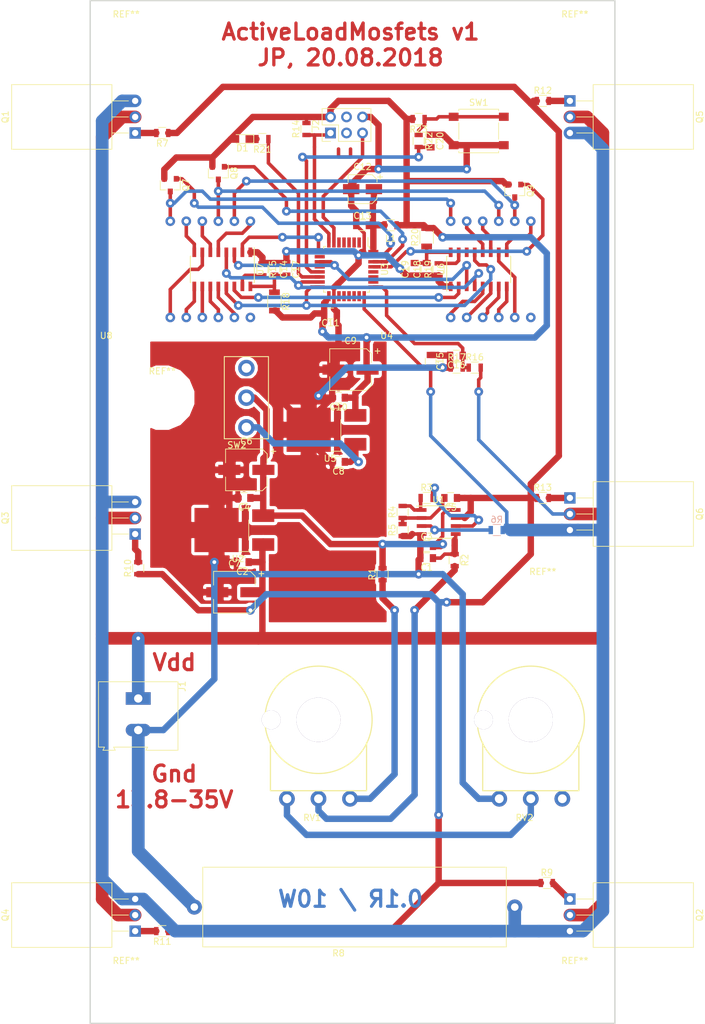
<source format=kicad_pcb>
(kicad_pcb (version 20171130) (host pcbnew "(5.0.0)")
  (layers (0 F.Cu signal) (31 B.Cu signal) (34 B.Paste user) (35 F.Paste user) (36 B.SilkS user) (37 F.SilkS user) (38 B.Mask user) (39 F.Mask user) (44 Edge.Cuts user))
  (net 0 "")
  (net 1 "Net-(C1-Pad1)")
  (net 2 GND)
  (net 3 VDD)
  (net 4 +12V)
  (net 5 "Net-(C5-Pad2)")
  (net 6 "Net-(C5-Pad1)")
  (net 7 "Net-(Q1-Pad1)")
  (net 8 "Net-(Q2-Pad1)")
  (net 9 "Net-(Q3-Pad1)")
  (net 10 "Net-(Q4-Pad1)")
  (net 11 "Net-(Q5-Pad1)")
  (net 12 "Net-(Q6-Pad1)")
  (net 13 "Net-(R1-Pad1)")
  (net 14 "Net-(R2-Pad2)")
  (net 15 "Net-(R3-Pad1)")
  (net 16 "Net-(R3-Pad2)")
  (net 17 "Net-(R6-Pad2)")
  (net 18 +3V3)
  (net 19 "Net-(C14-Pad2)")
  (net 20 CURRENT)
  (net 21 VOLTAGE)
  (net 22 PDI_DATA)
  (net 23 PDI_CLK)
  (net 24 "Net-(U4-Pad1)")
  (net 25 "Net-(U4-Pad2)")
  (net 26 "Net-(U4-Pad3)")
  (net 27 "Net-(U4-Pad4)")
  (net 28 "Net-(U4-Pad5)")
  (net 29 "Net-(U4-Pad7)")
  (net 30 "Net-(Q9-Pad3)")
  (net 31 "Net-(Q8-Pad3)")
  (net 32 "Net-(U4-Pad10)")
  (net 33 "Net-(U4-Pad11)")
  (net 34 "Net-(Q7-Pad3)")
  (net 35 OutputEnabled)
  (net 36 Latch)
  (net 37 SCK)
  (net 38 MOSI)
  (net 39 Digit1)
  (net 40 Digit2)
  (net 41 Digit3)
  (net 42 "Net-(C18-Pad2)")
  (net 43 "Net-(R15-Pad2)")
  (net 44 "Net-(R19-Pad2)")
  (net 45 "Net-(U7-Pad12)")
  (net 46 "Net-(U7-Pad11)")
  (net 47 "Net-(U7-Pad10)")
  (net 48 "Net-(U7-Pad9)")
  (net 49 "Net-(U7-Pad8)")
  (net 50 "Net-(U7-Pad7)")
  (net 51 "Net-(U7-Pad6)")
  (net 52 "Net-(U7-Pad5)")
  (net 53 /+3.3Va)
  (net 54 "Net-(U6-Pad2)")
  (net 55 SWITCH)
  (net 56 "Net-(D1-Pad1)")
  (net 57 LED)
  (net 58 "Net-(R22-Pad1)")
  (net 59 "Net-(RV1-Pad1)")
  (net 60 "Net-(C8-Pad1)")
  (module Resistors_SMD:R_0805 (layer B.Cu) (at 129.225 97.155 180)
    (fp_text reference R6 (at 0 1.65 180) (layer B.SilkS) (effects (justify mirror)))
    (fp_text value 1k)
    (pad 2 smd rect (at 0.95 0 180) (size 0.7 1.3) (layers B.Cu B.Paste B.Mask) (net 17 "Net-(R6-Pad2)"))
    (pad 1 smd rect (at -0.95 0 180) (size 0.7 1.3) (layers B.Cu B.Paste B.Mask) (net 20 CURRENT))
  )
  (module LEDs:LED_0805 (layer F.Cu) (at 88.9 35.245 180)
    (fp_text reference D1 (at 0 -1.45 180) (layer F.SilkS))
    (fp_text value LED)
    (pad 1 smd rect (at -1.1 0) (size 1.2 1.2) (layers F.Cu F.Paste F.Mask) (net 56 "Net-(D1-Pad1)"))
    (pad 2 smd rect (at 1.1 0) (size 1.2 1.2) (layers F.Cu F.Paste F.Mask) (net 18 +3V3))
  )
  (module Resistors_SMD:R_0805 (layer F.Cu) (at 99.06 33.66 90)
    (fp_text reference R14 (at 0 -1.65 90) (layer F.SilkS))
    (fp_text value 10k)
    (pad 2 smd rect (at 0.95 0 90) (size 0.7 1.3) (layers F.Cu F.Paste F.Mask) (net 18 +3V3))
    (pad 1 smd rect (at -0.95 0 90) (size 0.7 1.3) (layers F.Cu F.Paste F.Mask) (net 23 PDI_CLK))
  )
  (module Capacitors_SMD:C_0805 (layer F.Cu) (at 104.14 76.2 180)
    (fp_text reference C10 (at 0 -1.5 180) (layer F.SilkS))
    (fp_text value 100n)
    (pad 2 smd rect (at 1 0 180) (size 1 1.25) (layers F.Cu F.Paste F.Mask) (net 2 GND))
    (pad 1 smd rect (at -1 0 180) (size 1 1.25) (layers F.Cu F.Paste F.Mask) (net 18 +3V3))
  )
  (module Housings_SOIC:SOIC-8_3.9x4.9mm_Pitch1.27mm (layer F.Cu) (at 120.015 95.885)
    (fp_text reference U1 (at 0 -3.5) (layer F.SilkS))
    (fp_text value LM7322)
    (pad 8 smd rect (at 2.7 -1.905) (size 1.55 0.6) (layers F.Cu F.Paste F.Mask) (net 4 +12V))
    (pad 7 smd rect (at 2.7 -0.635) (size 1.55 0.6) (layers F.Cu F.Paste F.Mask) (net 6 "Net-(C5-Pad1)"))
    (pad 6 smd rect (at 2.7 0.635) (size 1.55 0.6) (layers F.Cu F.Paste F.Mask) (net 16 "Net-(R3-Pad2)"))
    (pad 5 smd rect (at 2.7 1.905) (size 1.55 0.6) (layers F.Cu F.Paste F.Mask) (net 1 "Net-(C1-Pad1)"))
    (pad 4 smd rect (at -2.7 1.905) (size 1.55 0.6) (layers F.Cu F.Paste F.Mask) (net 2 GND))
    (pad 3 smd rect (at -2.7 0.635) (size 1.55 0.6) (layers F.Cu F.Paste F.Mask) (net 17 "Net-(R6-Pad2)"))
    (pad 2 smd rect (at -2.7 -0.635) (size 1.55 0.6) (layers F.Cu F.Paste F.Mask) (net 5 "Net-(C5-Pad2)"))
    (pad 1 smd rect (at -2.7 -1.905) (size 1.55 0.6) (layers F.Cu F.Paste F.Mask) (net 15 "Net-(R3-Pad1)"))
  )
  (module Capacitors_SMD:C_0805 (layer F.Cu) (at 118.11 101.6 180)
    (fp_text reference C1 (at 0 -1.5 180) (layer F.SilkS))
    (fp_text value 220n)
    (pad 1 smd rect (at -1 0 180) (size 1 1.25) (layers F.Cu F.Paste F.Mask) (net 1 "Net-(C1-Pad1)"))
    (pad 2 smd rect (at 1 0 180) (size 1 1.25) (layers F.Cu F.Paste F.Mask) (net 2 GND))
  )
  (module Capacitors_SMD:C_0805 (layer F.Cu) (at 88.9 102.235 180)
    (fp_text reference C2 (at 0 -1.5 180) (layer F.SilkS))
    (fp_text value 470n)
    (pad 2 smd rect (at 1 0 180) (size 1 1.25) (layers F.Cu F.Paste F.Mask) (net 2 GND))
    (pad 1 smd rect (at -1 0 180) (size 1 1.25) (layers F.Cu F.Paste F.Mask) (net 3 VDD))
  )
  (module Capacitors_SMD:C_0805 (layer F.Cu) (at 118.11 99.695)
    (fp_text reference C3 (at 0 -1.5) (layer F.SilkS))
    (fp_text value 100n)
    (pad 2 smd rect (at 1 0) (size 1 1.25) (layers F.Cu F.Paste F.Mask) (net 4 +12V))
    (pad 1 smd rect (at -1 0) (size 1 1.25) (layers F.Cu F.Paste F.Mask) (net 2 GND))
  )
  (module Capacitors_SMD:C_0805 (layer F.Cu) (at 89.17 92.075 180)
    (fp_text reference C4 (at 0 -1.5 180) (layer F.SilkS))
    (fp_text value 100n)
    (pad 1 smd rect (at -1 0 180) (size 1 1.25) (layers F.Cu F.Paste F.Mask) (net 4 +12V))
    (pad 2 smd rect (at 1 0 180) (size 1 1.25) (layers F.Cu F.Paste F.Mask) (net 2 GND))
  )
  (module Capacitors_SMD:C_0805 (layer F.Cu) (at 121.92 92.075 180)
    (fp_text reference C5 (at 0 -1.5 180) (layer F.SilkS))
    (fp_text value 3n3)
    (pad 2 smd rect (at 1 0 180) (size 1 1.25) (layers F.Cu F.Paste F.Mask) (net 5 "Net-(C5-Pad2)"))
    (pad 1 smd rect (at -1 0 180) (size 1 1.25) (layers F.Cu F.Paste F.Mask) (net 6 "Net-(C5-Pad1)"))
  )
  (module Connectors_Terminal_Blocks:TerminalBlock_Altech_AK300-2_P5.00mm (layer F.Cu) (at 72.39 123.825 270)
    (fp_text reference J1 (at -1.92 -6.99 270) (layer F.SilkS))
    (fp_text value Conn_01x02_Male)
    (pad 2 thru_hole oval (at 5 0 270) (size 1.98 3.96) (drill 1.32) (layers *.Cu *.Mask) (net 2 GND))
    (pad 1 thru_hole rect (at 0 0 270) (size 1.98 3.96) (drill 1.32) (layers *.Cu *.Mask) (net 3 VDD))
  )
  (module TO_SOT_Packages_THT:TO-220-3_Horizontal (layer F.Cu) (at 71.905 34.29 90)
    (fp_text reference Q1 (at 2.54 -20.58 90) (layer F.SilkS))
    (fp_text value STP60NF06L)
    (pad 3 thru_hole oval (at 5.08 0 90) (size 1.8 1.8) (drill 1) (layers *.Cu *.Mask) (net 20 CURRENT))
    (pad 2 thru_hole oval (at 2.54 0 90) (size 1.8 1.8) (drill 1) (layers *.Cu *.Mask) (net 3 VDD))
    (pad 1 thru_hole rect (at 0 0 90) (size 1.8 1.8) (drill 1) (layers *.Cu *.Mask) (net 7 "Net-(Q1-Pad1)"))
    (pad 0 np_thru_hole oval (at 2.54 -16.66 90) (size 3.5 3.5) (drill 3.5) (layers *.Cu *.Mask))
  )
  (module TO_SOT_Packages_THT:TO-220-3_Horizontal (layer F.Cu) (at 140.82 155.575 270)
    (fp_text reference Q2 (at 2.54 -20.58 270) (layer F.SilkS))
    (fp_text value STP60NF06L)
    (pad 3 thru_hole oval (at 5.08 0 270) (size 1.8 1.8) (drill 1) (layers *.Cu *.Mask) (net 20 CURRENT))
    (pad 2 thru_hole oval (at 2.54 0 270) (size 1.8 1.8) (drill 1) (layers *.Cu *.Mask) (net 3 VDD))
    (pad 1 thru_hole rect (at 0 0 270) (size 1.8 1.8) (drill 1) (layers *.Cu *.Mask) (net 8 "Net-(Q2-Pad1)"))
    (pad 0 np_thru_hole oval (at 2.54 -16.66 270) (size 3.5 3.5) (drill 3.5) (layers *.Cu *.Mask))
  )
  (module TO_SOT_Packages_THT:TO-220-3_Horizontal (layer F.Cu) (at 71.905 97.79 90)
    (fp_text reference Q3 (at 2.54 -20.58 90) (layer F.SilkS))
    (fp_text value STP60NF06L)
    (pad 3 thru_hole oval (at 5.08 0 90) (size 1.8 1.8) (drill 1) (layers *.Cu *.Mask) (net 20 CURRENT))
    (pad 2 thru_hole oval (at 2.54 0 90) (size 1.8 1.8) (drill 1) (layers *.Cu *.Mask) (net 3 VDD))
    (pad 1 thru_hole rect (at 0 0 90) (size 1.8 1.8) (drill 1) (layers *.Cu *.Mask) (net 9 "Net-(Q3-Pad1)"))
    (pad 0 np_thru_hole oval (at 2.54 -16.66 90) (size 3.5 3.5) (drill 3.5) (layers *.Cu *.Mask))
  )
  (module TO_SOT_Packages_THT:TO-220-3_Horizontal (layer F.Cu) (at 71.905 160.655 90)
    (fp_text reference Q4 (at 2.54 -20.58 90) (layer F.SilkS))
    (fp_text value STP60NF06L)
    (pad 0 np_thru_hole oval (at 2.54 -16.66 90) (size 3.5 3.5) (drill 3.5) (layers *.Cu *.Mask))
    (pad 1 thru_hole rect (at 0 0 90) (size 1.8 1.8) (drill 1) (layers *.Cu *.Mask) (net 10 "Net-(Q4-Pad1)"))
    (pad 2 thru_hole oval (at 2.54 0 90) (size 1.8 1.8) (drill 1) (layers *.Cu *.Mask) (net 3 VDD))
    (pad 3 thru_hole oval (at 5.08 0 90) (size 1.8 1.8) (drill 1) (layers *.Cu *.Mask) (net 20 CURRENT))
  )
  (module TO_SOT_Packages_THT:TO-220-3_Horizontal (layer F.Cu) (at 140.82 29.21 270)
    (fp_text reference Q5 (at 2.54 -20.58 270) (layer F.SilkS))
    (fp_text value STP60NF06L)
    (pad 3 thru_hole oval (at 5.08 0 270) (size 1.8 1.8) (drill 1) (layers *.Cu *.Mask) (net 20 CURRENT))
    (pad 2 thru_hole oval (at 2.54 0 270) (size 1.8 1.8) (drill 1) (layers *.Cu *.Mask) (net 3 VDD))
    (pad 1 thru_hole rect (at 0 0 270) (size 1.8 1.8) (drill 1) (layers *.Cu *.Mask) (net 11 "Net-(Q5-Pad1)"))
    (pad 0 np_thru_hole oval (at 2.54 -16.66 270) (size 3.5 3.5) (drill 3.5) (layers *.Cu *.Mask))
  )
  (module TO_SOT_Packages_THT:TO-220-3_Horizontal (layer F.Cu) (at 140.82 92.075 270)
    (fp_text reference Q6 (at 2.54 -20.58 270) (layer F.SilkS))
    (fp_text value STP60NF06L)
    (pad 0 np_thru_hole oval (at 2.54 -16.66 270) (size 3.5 3.5) (drill 3.5) (layers *.Cu *.Mask))
    (pad 1 thru_hole rect (at 0 0 270) (size 1.8 1.8) (drill 1) (layers *.Cu *.Mask) (net 12 "Net-(Q6-Pad1)"))
    (pad 2 thru_hole oval (at 2.54 0 270) (size 1.8 1.8) (drill 1) (layers *.Cu *.Mask) (net 3 VDD))
    (pad 3 thru_hole oval (at 5.08 0 270) (size 1.8 1.8) (drill 1) (layers *.Cu *.Mask) (net 20 CURRENT))
  )
  (module Resistors_SMD:R_0805 (layer F.Cu) (at 111.125 104.14 90)
    (fp_text reference R1 (at 0 -1.65 90) (layer F.SilkS))
    (fp_text value 47k)
    (pad 1 smd rect (at -0.95 0 90) (size 0.7 1.3) (layers F.Cu F.Paste F.Mask) (net 13 "Net-(R1-Pad1)"))
    (pad 2 smd rect (at 0.95 0 90) (size 0.7 1.3) (layers F.Cu F.Paste F.Mask) (net 4 +12V))
  )
  (module Resistors_SMD:R_0805 (layer F.Cu) (at 122.555 101.92 270)
    (fp_text reference R2 (at 0 -1.65 270) (layer F.SilkS))
    (fp_text value 5k)
    (pad 2 smd rect (at 0.95 0 270) (size 0.7 1.3) (layers F.Cu F.Paste F.Mask) (net 14 "Net-(R2-Pad2)"))
    (pad 1 smd rect (at -0.95 0 270) (size 0.7 1.3) (layers F.Cu F.Paste F.Mask) (net 1 "Net-(C1-Pad1)"))
  )
  (module Resistors_SMD:R_0805 (layer F.Cu) (at 118.11 92.075)
    (fp_text reference R3 (at 0 -1.65) (layer F.SilkS))
    (fp_text value 10k)
    (pad 1 smd rect (at -0.95 0) (size 0.7 1.3) (layers F.Cu F.Paste F.Mask) (net 15 "Net-(R3-Pad1)"))
    (pad 2 smd rect (at 0.95 0) (size 0.7 1.3) (layers F.Cu F.Paste F.Mask) (net 16 "Net-(R3-Pad2)"))
  )
  (module Resistors_SMD:R_0805 (layer F.Cu) (at 114.3 94.295 90)
    (fp_text reference R4 (at 0 -1.65 90) (layer F.SilkS))
    (fp_text value 5k)
    (pad 2 smd rect (at 0.95 0 90) (size 0.7 1.3) (layers F.Cu F.Paste F.Mask) (net 15 "Net-(R3-Pad1)"))
    (pad 1 smd rect (at -0.95 0 90) (size 0.7 1.3) (layers F.Cu F.Paste F.Mask) (net 5 "Net-(C5-Pad2)"))
  )
  (module Resistors_SMD:R_0805 (layer F.Cu) (at 114.3 97.155 90)
    (fp_text reference R5 (at 0 -1.65 90) (layer F.SilkS))
    (fp_text value 1k)
    (pad 1 smd rect (at -0.95 0 90) (size 0.7 1.3) (layers F.Cu F.Paste F.Mask) (net 2 GND))
    (pad 2 smd rect (at 0.95 0 90) (size 0.7 1.3) (layers F.Cu F.Paste F.Mask) (net 5 "Net-(C5-Pad2)"))
  )
  (module Resistors_SMD:R_0805 (layer F.Cu) (at 76.2 34.29 180)
    (fp_text reference R7 (at 0 -1.65 180) (layer F.SilkS))
    (fp_text value 51)
    (pad 2 smd rect (at 0.95 0 180) (size 0.7 1.3) (layers F.Cu F.Paste F.Mask) (net 7 "Net-(Q1-Pad1)"))
    (pad 1 smd rect (at -0.95 0 180) (size 0.7 1.3) (layers F.Cu F.Paste F.Mask) (net 6 "Net-(C5-Pad1)"))
  )
  (module JPResistors:R_Axial_Power_L48.0mm_W12.5mm_P50.8mm (layer F.Cu) (at 132.08 156.845 180)
    (fp_text reference R8 (at 27.94 -7.31 180) (layer F.SilkS))
    (fp_text value 0R1)
    (pad 1 thru_hole circle (at 0 0 180) (size 2.4 2.4) (drill 1.2) (layers *.Cu *.Mask) (net 20 CURRENT))
    (pad 2 thru_hole oval (at 50.8 0 180) (size 2.4 2.4) (drill 1.2) (layers *.Cu *.Mask) (net 2 GND))
  )
  (module Resistors_SMD:R_0805 (layer F.Cu) (at 137.16 153.035)
    (fp_text reference R9 (at 0 -1.65) (layer F.SilkS))
    (fp_text value 51)
    (pad 1 smd rect (at -0.95 0) (size 0.7 1.3) (layers F.Cu F.Paste F.Mask) (net 6 "Net-(C5-Pad1)"))
    (pad 2 smd rect (at 0.95 0) (size 0.7 1.3) (layers F.Cu F.Paste F.Mask) (net 8 "Net-(Q2-Pad1)"))
  )
  (module Resistors_SMD:R_0805 (layer F.Cu) (at 72.39 103.19 90)
    (fp_text reference R10 (at 0 -1.65 90) (layer F.SilkS))
    (fp_text value 51)
    (pad 2 smd rect (at 0.95 0 90) (size 0.7 1.3) (layers F.Cu F.Paste F.Mask) (net 9 "Net-(Q3-Pad1)"))
    (pad 1 smd rect (at -0.95 0 90) (size 0.7 1.3) (layers F.Cu F.Paste F.Mask) (net 6 "Net-(C5-Pad1)"))
  )
  (module Resistors_SMD:R_0805 (layer F.Cu) (at 76.2 160.655 180)
    (fp_text reference R11 (at 0 -1.65 180) (layer F.SilkS))
    (fp_text value 51)
    (pad 1 smd rect (at -0.95 0 180) (size 0.7 1.3) (layers F.Cu F.Paste F.Mask) (net 6 "Net-(C5-Pad1)"))
    (pad 2 smd rect (at 0.95 0 180) (size 0.7 1.3) (layers F.Cu F.Paste F.Mask) (net 10 "Net-(Q4-Pad1)"))
  )
  (module Resistors_SMD:R_0805 (layer F.Cu) (at 136.525 29.21)
    (fp_text reference R12 (at 0 -1.65) (layer F.SilkS))
    (fp_text value 51)
    (pad 2 smd rect (at 0.95 0) (size 0.7 1.3) (layers F.Cu F.Paste F.Mask) (net 11 "Net-(Q5-Pad1)"))
    (pad 1 smd rect (at -0.95 0) (size 0.7 1.3) (layers F.Cu F.Paste F.Mask) (net 6 "Net-(C5-Pad1)"))
  )
  (module Resistors_SMD:R_0805 (layer F.Cu) (at 136.525 92.075)
    (fp_text reference R13 (at 0 -1.65) (layer F.SilkS))
    (fp_text value 51)
    (pad 1 smd rect (at -0.95 0) (size 0.7 1.3) (layers F.Cu F.Paste F.Mask) (net 6 "Net-(C5-Pad1)"))
    (pad 2 smd rect (at 0.95 0) (size 0.7 1.3) (layers F.Cu F.Paste F.Mask) (net 12 "Net-(Q6-Pad1)"))
  )
  (module TO_SOT_Packages_SMD:TO-252-2_Rectifier (layer F.Cu) (at 87.63 97.155 180)
    (fp_text reference U2 (at -0.575 -4.55 180) (layer F.SilkS))
    (fp_text value LM78M12)
    (pad 2 smd rect (at 2.825 0 90) (size 7 7) (layers F.Cu F.Paste F.Mask) (net 2 GND))
    (pad 3 smd rect (at -4.575 2.28 90) (size 2 3.5) (layers F.Cu F.Paste F.Mask) (net 4 +12V))
    (pad 1 smd rect (at -4.575 -2.3 90) (size 2 3.5) (layers F.Cu F.Paste F.Mask) (net 3 VDD))
  )
  (module Capacitors_SMD:CP_Elec_6.3x5.8 (layer F.Cu) (at 89.535 87.63 180)
    (fp_text reference C6 (at 0 4.56 180) (layer F.SilkS))
    (fp_text value 47u)
    (fp_text user + (at -4.28 3.01 180) (layer F.SilkS))
    (pad 2 smd rect (at 2.7 0) (size 3.5 1.6) (layers F.Cu F.Paste F.Mask) (net 2 GND))
    (pad 1 smd rect (at -2.7 0) (size 3.5 1.6) (layers F.Cu F.Paste F.Mask) (net 4 +12V))
  )
  (module Capacitors_SMD:CP_Elec_6.3x5.8 (layer F.Cu) (at 87.63 107 180)
    (fp_text reference C7 (at 0 4.56 180) (layer F.SilkS))
    (fp_text value 47u)
    (fp_text user + (at -4.28 3.01 180) (layer F.SilkS))
    (pad 2 smd rect (at 2.7 0) (size 3.5 1.6) (layers F.Cu F.Paste F.Mask) (net 2 GND))
    (pad 1 smd rect (at -2.7 0) (size 3.5 1.6) (layers F.Cu F.Paste F.Mask) (net 3 VDD))
  )
  (module Capacitors_SMD:C_0805 (layer F.Cu) (at 104.14 86.36 180)
    (fp_text reference C8 (at 0 -1.5 180) (layer F.SilkS))
    (fp_text value 100n)
    (pad 2 smd rect (at 1 0 180) (size 1 1.25) (layers F.Cu F.Paste F.Mask) (net 2 GND))
    (pad 1 smd rect (at -1 0 180) (size 1 1.25) (layers F.Cu F.Paste F.Mask) (net 60 "Net-(C8-Pad1)"))
  )
  (module Capacitors_SMD:CP_Elec_6.3x5.8 (layer F.Cu) (at 106.045 71.755 180)
    (fp_text reference C9 (at 0 4.56 180) (layer F.SilkS))
    (fp_text value 47u)
    (fp_text user + (at -4.28 3.01 180) (layer F.SilkS))
    (pad 1 smd rect (at -2.7 0) (size 3.5 1.6) (layers F.Cu F.Paste F.Mask) (net 18 +3V3))
    (pad 2 smd rect (at 2.7 0) (size 3.5 1.6) (layers F.Cu F.Paste F.Mask) (net 2 GND))
  )
  (module Capacitors_SMD:C_0805 (layer F.Cu) (at 102.87 62.865 180)
    (fp_text reference C11 (at 0 -1.5 180) (layer F.SilkS))
    (fp_text value 100n)
    (pad 2 smd rect (at 1 0 180) (size 1 1.25) (layers F.Cu F.Paste F.Mask) (net 18 +3V3))
    (pad 1 smd rect (at -1 0 180) (size 1 1.25) (layers F.Cu F.Paste F.Mask) (net 2 GND))
  )
  (module Capacitors_SMD:CP_Elec_4x5.8 (layer F.Cu) (at 107.95 43.18 180)
    (fp_text reference C12 (at 0 3.54 180) (layer F.SilkS))
    (fp_text value 10u)
    (fp_text user + (at -2.78 2.01 180) (layer F.SilkS))
    (pad 1 smd rect (at -1.8 0) (size 2.6 1.6) (layers F.Cu F.Paste F.Mask) (net 53 /+3.3Va))
    (pad 2 smd rect (at 1.8 0) (size 2.6 1.6) (layers F.Cu F.Paste F.Mask) (net 2 GND))
  )
  (module Capacitors_SMD:C_0805 (layer F.Cu) (at 107.95 48.895)
    (fp_text reference C13 (at 0 -1.5) (layer F.SilkS))
    (fp_text value 100n)
    (pad 1 smd rect (at -1 0) (size 1 1.25) (layers F.Cu F.Paste F.Mask) (net 2 GND))
    (pad 2 smd rect (at 1 0) (size 1 1.25) (layers F.Cu F.Paste F.Mask) (net 53 /+3.3Va))
  )
  (module Capacitors_SMD:C_0805 (layer F.Cu) (at 93.98 55.88 270)
    (fp_text reference C14 (at 0 -1.5 270) (layer F.SilkS))
    (fp_text value 10n)
    (pad 2 smd rect (at 1 0 270) (size 1 1.25) (layers F.Cu F.Paste F.Mask) (net 19 "Net-(C14-Pad2)"))
    (pad 1 smd rect (at -1 0 270) (size 1 1.25) (layers F.Cu F.Paste F.Mask) (net 2 GND))
  )
  (module Capacitors_SMD:C_0805 (layer F.Cu) (at 118.745 70.44 270)
    (fp_text reference C15 (at 0 -1.5 270) (layer F.SilkS))
    (fp_text value 100n)
    (pad 2 smd rect (at 1 0 270) (size 1 1.25) (layers F.Cu F.Paste F.Mask) (net 20 CURRENT))
    (pad 1 smd rect (at -1 0 270) (size 1 1.25) (layers F.Cu F.Paste F.Mask) (net 2 GND))
  )
  (module Capacitors_SMD:C_0805 (layer F.Cu) (at 122.825 69.535 180)
    (fp_text reference C16 (at 0 -1.5 180) (layer F.SilkS))
    (fp_text value 100n)
    (pad 1 smd rect (at -1 0 180) (size 1 1.25) (layers F.Cu F.Paste F.Mask) (net 21 VOLTAGE))
    (pad 2 smd rect (at 1 0 180) (size 1 1.25) (layers F.Cu F.Paste F.Mask) (net 2 GND))
  )
  (module Capacitors_SMD:C_0805 (layer F.Cu) (at 95.885 55.88 270)
    (fp_text reference C17 (at 0 -1.5 270) (layer F.SilkS))
    (fp_text value 1u)
    (pad 1 smd rect (at -1 0 270) (size 1 1.25) (layers F.Cu F.Paste F.Mask) (net 2 GND))
    (pad 2 smd rect (at 1 0 270) (size 1 1.25) (layers F.Cu F.Paste F.Mask) (net 19 "Net-(C14-Pad2)"))
  )
  (module Pin_Headers:Pin_Header_Straight_2x03_Pitch2.54mm (layer F.Cu) (at 102.87 34.29 90)
    (fp_text reference J2 (at 1.27 -2.33 90) (layer F.SilkS))
    (fp_text value Conn_02x03_Odd_Even)
    (pad 6 thru_hole oval (at 2.54 5.08 90) (size 1.7 1.7) (drill 1) (layers *.Cu *.Mask) (net 2 GND))
    (pad 5 thru_hole oval (at 0 5.08 90) (size 1.7 1.7) (drill 1) (layers *.Cu *.Mask) (net 22 PDI_DATA))
    (pad 4 thru_hole oval (at 2.54 2.54 90) (size 1.7 1.7) (drill 1) (layers *.Cu *.Mask))
    (pad 3 thru_hole oval (at 0 2.54 90) (size 1.7 1.7) (drill 1) (layers *.Cu *.Mask))
    (pad 2 thru_hole oval (at 2.54 0 90) (size 1.7 1.7) (drill 1) (layers *.Cu *.Mask) (net 18 +3V3))
    (pad 1 thru_hole rect (at 0 0 90) (size 1.7 1.7) (drill 1) (layers *.Cu *.Mask) (net 23 PDI_CLK))
  )
  (module Inductors_SMD:L_0805 (layer F.Cu) (at 112.395 48.895 180)
    (fp_text reference L1 (at 0 -2.1 180) (layer F.SilkS))
    (fp_text value 10u)
    (pad 2 smd rect (at 0.95 0 180) (size 0.7 1.3) (layers F.Cu F.Paste F.Mask) (net 53 /+3.3Va))
    (pad 1 smd rect (at -0.95 0 180) (size 0.7 1.3) (layers F.Cu F.Paste F.Mask) (net 18 +3V3))
  )
  (module Resistors_SMD:R_0805 (layer F.Cu) (at 92.075 55.88 270)
    (fp_text reference R15 (at 0 -1.65 270) (layer F.SilkS))
    (fp_text value 1k)
    (pad 1 smd rect (at -0.95 0 270) (size 0.7 1.3) (layers F.Cu F.Paste F.Mask) (net 2 GND))
    (pad 2 smd rect (at 0.95 0 270) (size 0.7 1.3) (layers F.Cu F.Paste F.Mask) (net 43 "Net-(R15-Pad2)"))
  )
  (module Resistors_SMD:R_0805 (layer F.Cu) (at 125.73 71.44)
    (fp_text reference R16 (at 0 -1.65) (layer F.SilkS))
    (fp_text value 1k)
    (pad 1 smd rect (at -0.95 0) (size 0.7 1.3) (layers F.Cu F.Paste F.Mask) (net 21 VOLTAGE))
    (pad 2 smd rect (at 0.95 0) (size 0.7 1.3) (layers F.Cu F.Paste F.Mask) (net 3 VDD))
  )
  (module Resistors_SMD:R_0805 (layer F.Cu) (at 122.875 71.44)
    (fp_text reference R17 (at 0 -1.65) (layer F.SilkS))
    (fp_text value 1k)
    (pad 2 smd rect (at 0.95 0) (size 0.7 1.3) (layers F.Cu F.Paste F.Mask) (net 21 VOLTAGE))
    (pad 1 smd rect (at -0.95 0) (size 0.7 1.3) (layers F.Cu F.Paste F.Mask) (net 2 GND))
  )
  (module Resistors_SMD:R_1206 (layer F.Cu) (at 93.98 60.96 270)
    (fp_text reference R18 (at 0 -1.85 270) (layer F.SilkS))
    (fp_text value 10)
    (pad 2 smd rect (at 1.45 0 270) (size 0.9 1.7) (layers F.Cu F.Paste F.Mask) (net 18 +3V3))
    (pad 1 smd rect (at -1.45 0 270) (size 0.9 1.7) (layers F.Cu F.Paste F.Mask) (net 19 "Net-(C14-Pad2)"))
  )
  (module JPDisplays:LED-14.2x3 (layer F.Cu) (at 128.27 55.88)
    (fp_text reference U4 (at -16.5 10.5) (layer F.SilkS))
    (fp_text value LED-3digits)
    (pad 1 thru_hole circle (at -6.35 7.62) (size 1.524 1.524) (drill 0.762) (layers *.Cu *.Mask) (net 24 "Net-(U4-Pad1)"))
    (pad 2 thru_hole circle (at -3.81 7.62) (size 1.524 1.524) (drill 0.762) (layers *.Cu *.Mask) (net 25 "Net-(U4-Pad2)"))
    (pad 3 thru_hole circle (at -1.27 7.62) (size 1.524 1.524) (drill 0.762) (layers *.Cu *.Mask) (net 26 "Net-(U4-Pad3)"))
    (pad 4 thru_hole circle (at 1.27 7.62) (size 1.524 1.524) (drill 0.762) (layers *.Cu *.Mask) (net 27 "Net-(U4-Pad4)"))
    (pad 5 thru_hole circle (at 3.81 7.62) (size 1.524 1.524) (drill 0.762) (layers *.Cu *.Mask) (net 28 "Net-(U4-Pad5)"))
    (pad 6 thru_hole circle (at 6.35 7.62) (size 1.524 1.524) (drill 0.762) (layers *.Cu *.Mask))
    (pad 7 thru_hole circle (at 6.35 -7.62) (size 1.524 1.524) (drill 0.762) (layers *.Cu *.Mask) (net 29 "Net-(U4-Pad7)"))
    (pad 8 thru_hole circle (at 3.81 -7.62) (size 1.524 1.524) (drill 0.762) (layers *.Cu *.Mask) (net 30 "Net-(Q9-Pad3)"))
    (pad 9 thru_hole circle (at 1.27 -7.62) (size 1.524 1.524) (drill 0.762) (layers *.Cu *.Mask) (net 31 "Net-(Q8-Pad3)"))
    (pad 10 thru_hole circle (at -1.27 -7.62) (size 1.524 1.524) (drill 0.762) (layers *.Cu *.Mask) (net 32 "Net-(U4-Pad10)"))
    (pad 11 thru_hole circle (at -3.81 -7.62) (size 1.524 1.524) (drill 0.762) (layers *.Cu *.Mask) (net 33 "Net-(U4-Pad11)"))
    (pad 12 thru_hole circle (at -6.35 -7.62) (size 1.524 1.524) (drill 0.762) (layers *.Cu *.Mask) (net 34 "Net-(Q7-Pad3)"))
  )
  (module TO_SOT_Packages_SMD:TO-252-2_Rectifier (layer F.Cu) (at 102.235 81.28 180)
    (fp_text reference U5 (at -0.575 -4.55 180) (layer F.SilkS))
    (fp_text value LM78M33)
    (pad 2 smd rect (at 2.825 0 90) (size 7 7) (layers F.Cu F.Paste F.Mask) (net 2 GND))
    (pad 3 smd rect (at -4.575 2.28 90) (size 2 3.5) (layers F.Cu F.Paste F.Mask) (net 18 +3V3))
    (pad 1 smd rect (at -4.575 -2.3 90) (size 2 3.5) (layers F.Cu F.Paste F.Mask) (net 60 "Net-(C8-Pad1)"))
  )
  (module Housings_SOIC:SOIC-16_3.9x9.9mm_Pitch1.27mm (layer F.Cu) (at 126.365 55.88 90)
    (fp_text reference U6 (at 0 -6 90) (layer F.SilkS))
    (fp_text value SCT2167)
    (pad 16 smd rect (at 2.7 -4.445 90) (size 1.5 0.6) (layers F.Cu F.Paste F.Mask) (net 42 "Net-(C18-Pad2)"))
    (pad 15 smd rect (at 2.7 -3.175 90) (size 1.5 0.6) (layers F.Cu F.Paste F.Mask) (net 44 "Net-(R19-Pad2)"))
    (pad 14 smd rect (at 2.7 -1.905 90) (size 1.5 0.6) (layers F.Cu F.Paste F.Mask))
    (pad 13 smd rect (at 2.7 -0.635 90) (size 1.5 0.6) (layers F.Cu F.Paste F.Mask) (net 35 OutputEnabled))
    (pad 12 smd rect (at 2.7 0.635 90) (size 1.5 0.6) (layers F.Cu F.Paste F.Mask) (net 33 "Net-(U4-Pad11)"))
    (pad 11 smd rect (at 2.7 1.905 90) (size 1.5 0.6) (layers F.Cu F.Paste F.Mask) (net 32 "Net-(U4-Pad10)"))
    (pad 10 smd rect (at 2.7 3.175 90) (size 1.5 0.6) (layers F.Cu F.Paste F.Mask) (net 28 "Net-(U4-Pad5)"))
    (pad 9 smd rect (at 2.7 4.445 90) (size 1.5 0.6) (layers F.Cu F.Paste F.Mask) (net 29 "Net-(U4-Pad7)"))
    (pad 8 smd rect (at -2.7 4.445 90) (size 1.5 0.6) (layers F.Cu F.Paste F.Mask) (net 27 "Net-(U4-Pad4)"))
    (pad 7 smd rect (at -2.7 3.175 90) (size 1.5 0.6) (layers F.Cu F.Paste F.Mask) (net 26 "Net-(U4-Pad3)"))
    (pad 6 smd rect (at -2.7 1.905 90) (size 1.5 0.6) (layers F.Cu F.Paste F.Mask) (net 25 "Net-(U4-Pad2)"))
    (pad 5 smd rect (at -2.7 0.635 90) (size 1.5 0.6) (layers F.Cu F.Paste F.Mask) (net 24 "Net-(U4-Pad1)"))
    (pad 4 smd rect (at -2.7 -0.635 90) (size 1.5 0.6) (layers F.Cu F.Paste F.Mask) (net 36 Latch))
    (pad 3 smd rect (at -2.7 -1.905 90) (size 1.5 0.6) (layers F.Cu F.Paste F.Mask) (net 37 SCK))
    (pad 2 smd rect (at -2.7 -3.175 90) (size 1.5 0.6) (layers F.Cu F.Paste F.Mask) (net 54 "Net-(U6-Pad2)"))
    (pad 1 smd rect (at -2.7 -4.445 90) (size 1.5 0.6) (layers F.Cu F.Paste F.Mask) (net 2 GND))
  )
  (module TO_SOT_Packages_SMD:SOT-23 (layer F.Cu) (at 77.47 42.545 270)
    (fp_text reference Q7 (at 0 -2.5 270) (layer F.SilkS))
    (fp_text value IRLML2244)
    (pad 3 smd rect (at 1 0 270) (size 0.9 0.8) (layers F.Cu F.Paste F.Mask) (net 34 "Net-(Q7-Pad3)"))
    (pad 2 smd rect (at -1 0.95 270) (size 0.9 0.8) (layers F.Cu F.Paste F.Mask) (net 18 +3V3))
    (pad 1 smd rect (at -1 -0.95 270) (size 0.9 0.8) (layers F.Cu F.Paste F.Mask) (net 39 Digit1))
  )
  (module TO_SOT_Packages_SMD:SOT-23 (layer F.Cu) (at 85.09 40.64 270)
    (fp_text reference Q8 (at 0 -2.5 270) (layer F.SilkS))
    (fp_text value IRLML2244)
    (pad 3 smd rect (at 1 0 270) (size 0.9 0.8) (layers F.Cu F.Paste F.Mask) (net 31 "Net-(Q8-Pad3)"))
    (pad 2 smd rect (at -1 0.95 270) (size 0.9 0.8) (layers F.Cu F.Paste F.Mask) (net 18 +3V3))
    (pad 1 smd rect (at -1 -0.95 270) (size 0.9 0.8) (layers F.Cu F.Paste F.Mask) (net 40 Digit2))
  )
  (module TO_SOT_Packages_SMD:SOT-23 (layer F.Cu) (at 132.08 43.45 270)
    (fp_text reference Q9 (at 0 -2.5 270) (layer F.SilkS))
    (fp_text value IRLML2244)
    (pad 1 smd rect (at -1 -0.95 270) (size 0.9 0.8) (layers F.Cu F.Paste F.Mask) (net 41 Digit3))
    (pad 2 smd rect (at -1 0.95 270) (size 0.9 0.8) (layers F.Cu F.Paste F.Mask) (net 18 +3V3))
    (pad 3 smd rect (at 1 0 270) (size 0.9 0.8) (layers F.Cu F.Paste F.Mask) (net 30 "Net-(Q9-Pad3)"))
  )
  (module Housings_QFP:TQFP-32_7x7mm_Pitch0.8mm (layer F.Cu) (at 105.41 55.88 270)
    (fp_text reference U3 (at 0 -6.05 270) (layer F.SilkS))
    (fp_text value ATxmega32E5-AU)
    (pad 32 smd rect (at -2.8 -4.25) (size 1.6 0.55) (layers F.Cu F.Paste F.Mask) (net 53 /+3.3Va))
    (pad 31 smd rect (at -2 -4.25) (size 1.6 0.55) (layers F.Cu F.Paste F.Mask) (net 39 Digit1))
    (pad 30 smd rect (at -1.2 -4.25) (size 1.6 0.55) (layers F.Cu F.Paste F.Mask) (net 40 Digit2))
    (pad 29 smd rect (at -0.4 -4.25) (size 1.6 0.55) (layers F.Cu F.Paste F.Mask) (net 41 Digit3))
    (pad 28 smd rect (at 0.4 -4.25) (size 1.6 0.55) (layers F.Cu F.Paste F.Mask))
    (pad 27 smd rect (at 1.2 -4.25) (size 1.6 0.55) (layers F.Cu F.Paste F.Mask))
    (pad 26 smd rect (at 2 -4.25) (size 1.6 0.55) (layers F.Cu F.Paste F.Mask))
    (pad 25 smd rect (at 2.8 -4.25) (size 1.6 0.55) (layers F.Cu F.Paste F.Mask) (net 21 VOLTAGE))
    (pad 24 smd rect (at 4.25 -2.8 270) (size 1.6 0.55) (layers F.Cu F.Paste F.Mask) (net 20 CURRENT))
    (pad 23 smd rect (at 4.25 -2 270) (size 1.6 0.55) (layers F.Cu F.Paste F.Mask))
    (pad 22 smd rect (at 4.25 -1.2 270) (size 1.6 0.55) (layers F.Cu F.Paste F.Mask))
    (pad 21 smd rect (at 4.25 -0.4 270) (size 1.6 0.55) (layers F.Cu F.Paste F.Mask))
    (pad 20 smd rect (at 4.25 0.4 270) (size 1.6 0.55) (layers F.Cu F.Paste F.Mask))
    (pad 19 smd rect (at 4.25 1.2 270) (size 1.6 0.55) (layers F.Cu F.Paste F.Mask))
    (pad 18 smd rect (at 4.25 2 270) (size 1.6 0.55) (layers F.Cu F.Paste F.Mask) (net 2 GND))
    (pad 17 smd rect (at 4.25 2.8 270) (size 1.6 0.55) (layers F.Cu F.Paste F.Mask) (net 18 +3V3))
    (pad 16 smd rect (at 2.8 4.25) (size 1.6 0.55) (layers F.Cu F.Paste F.Mask) (net 35 OutputEnabled))
    (pad 15 smd rect (at 2 4.25) (size 1.6 0.55) (layers F.Cu F.Paste F.Mask) (net 36 Latch))
    (pad 14 smd rect (at 1.2 4.25) (size 1.6 0.55) (layers F.Cu F.Paste F.Mask) (net 57 LED))
    (pad 13 smd rect (at 0.4 4.25) (size 1.6 0.55) (layers F.Cu F.Paste F.Mask) (net 55 SWITCH))
    (pad 12 smd rect (at -0.4 4.25) (size 1.6 0.55) (layers F.Cu F.Paste F.Mask))
    (pad 11 smd rect (at -1.2 4.25) (size 1.6 0.55) (layers F.Cu F.Paste F.Mask) (net 37 SCK))
    (pad 10 smd rect (at -2 4.25) (size 1.6 0.55) (layers F.Cu F.Paste F.Mask))
    (pad 9 smd rect (at -2.8 4.25) (size 1.6 0.55) (layers F.Cu F.Paste F.Mask) (net 38 MOSI))
    (pad 8 smd rect (at -4.25 2.8 270) (size 1.6 0.55) (layers F.Cu F.Paste F.Mask) (net 23 PDI_CLK))
    (pad 7 smd rect (at -4.25 2 270) (size 1.6 0.55) (layers F.Cu F.Paste F.Mask) (net 22 PDI_DATA))
    (pad 6 smd rect (at -4.25 1.2 270) (size 1.6 0.55) (layers F.Cu F.Paste F.Mask))
    (pad 5 smd rect (at -4.25 0.4 270) (size 1.6 0.55) (layers F.Cu F.Paste F.Mask))
    (pad 4 smd rect (at -4.25 -0.4 270) (size 1.6 0.55) (layers F.Cu F.Paste F.Mask))
    (pad 3 smd rect (at -4.25 -1.2 270) (size 1.6 0.55) (layers F.Cu F.Paste F.Mask))
    (pad 2 smd rect (at -4.25 -2 270) (size 1.6 0.55) (layers F.Cu F.Paste F.Mask))
    (pad 1 smd rect (at -4.25 -2.8 270) (size 1.6 0.55) (layers F.Cu F.Paste F.Mask) (net 2 GND))
  )
  (module Capacitors_SMD:C_0805 (layer F.Cu) (at 118.11 55.88 90)
    (fp_text reference C18 (at 0 -1.5 90) (layer F.SilkS))
    (fp_text value 1u)
    (pad 1 smd rect (at -1 0 90) (size 1 1.25) (layers F.Cu F.Paste F.Mask) (net 2 GND))
    (pad 2 smd rect (at 1 0 90) (size 1 1.25) (layers F.Cu F.Paste F.Mask) (net 42 "Net-(C18-Pad2)"))
  )
  (module Capacitors_SMD:C_0805 (layer F.Cu) (at 116.205 55.88 90)
    (fp_text reference C19 (at 0 -1.5 90) (layer F.SilkS))
    (fp_text value 10n)
    (pad 2 smd rect (at 1 0 90) (size 1 1.25) (layers F.Cu F.Paste F.Mask) (net 42 "Net-(C18-Pad2)"))
    (pad 1 smd rect (at -1 0 90) (size 1 1.25) (layers F.Cu F.Paste F.Mask) (net 2 GND))
  )
  (module Resistors_SMD:R_0805 (layer F.Cu) (at 120.015 55.88 90)
    (fp_text reference R19 (at 0 -1.65 90) (layer F.SilkS))
    (fp_text value 1k)
    (pad 2 smd rect (at 0.95 0 90) (size 0.7 1.3) (layers F.Cu F.Paste F.Mask) (net 44 "Net-(R19-Pad2)"))
    (pad 1 smd rect (at -0.95 0 90) (size 0.7 1.3) (layers F.Cu F.Paste F.Mask) (net 2 GND))
  )
  (module Resistors_SMD:R_1206 (layer F.Cu) (at 118.11 50.8 90)
    (fp_text reference R20 (at 0 -1.85 90) (layer F.SilkS))
    (fp_text value 10)
    (pad 2 smd rect (at 1.45 0 90) (size 0.9 1.7) (layers F.Cu F.Paste F.Mask) (net 18 +3V3))
    (pad 1 smd rect (at -1.45 0 90) (size 0.9 1.7) (layers F.Cu F.Paste F.Mask) (net 42 "Net-(C18-Pad2)"))
  )
  (module Housings_SOIC:SOIC-16_3.9x9.9mm_Pitch1.27mm (layer F.Cu) (at 85.725 55.88 270)
    (fp_text reference U7 (at 0 -6 270) (layer F.SilkS))
    (fp_text value SCT2167)
    (pad 16 smd rect (at 2.7 -4.445 270) (size 1.5 0.6) (layers F.Cu F.Paste F.Mask) (net 19 "Net-(C14-Pad2)"))
    (pad 15 smd rect (at 2.7 -3.175 270) (size 1.5 0.6) (layers F.Cu F.Paste F.Mask) (net 43 "Net-(R15-Pad2)"))
    (pad 14 smd rect (at 2.7 -1.905 270) (size 1.5 0.6) (layers F.Cu F.Paste F.Mask) (net 54 "Net-(U6-Pad2)"))
    (pad 13 smd rect (at 2.7 -0.635 270) (size 1.5 0.6) (layers F.Cu F.Paste F.Mask) (net 35 OutputEnabled))
    (pad 12 smd rect (at 2.7 0.635 270) (size 1.5 0.6) (layers F.Cu F.Paste F.Mask) (net 45 "Net-(U7-Pad12)"))
    (pad 11 smd rect (at 2.7 1.905 270) (size 1.5 0.6) (layers F.Cu F.Paste F.Mask) (net 46 "Net-(U7-Pad11)"))
    (pad 10 smd rect (at 2.7 3.175 270) (size 1.5 0.6) (layers F.Cu F.Paste F.Mask) (net 47 "Net-(U7-Pad10)"))
    (pad 9 smd rect (at 2.7 4.445 270) (size 1.5 0.6) (layers F.Cu F.Paste F.Mask) (net 48 "Net-(U7-Pad9)"))
    (pad 8 smd rect (at -2.7 4.445 270) (size 1.5 0.6) (layers F.Cu F.Paste F.Mask) (net 49 "Net-(U7-Pad8)"))
    (pad 7 smd rect (at -2.7 3.175 270) (size 1.5 0.6) (layers F.Cu F.Paste F.Mask) (net 50 "Net-(U7-Pad7)"))
    (pad 6 smd rect (at -2.7 1.905 270) (size 1.5 0.6) (layers F.Cu F.Paste F.Mask) (net 51 "Net-(U7-Pad6)"))
    (pad 5 smd rect (at -2.7 0.635 270) (size 1.5 0.6) (layers F.Cu F.Paste F.Mask) (net 52 "Net-(U7-Pad5)"))
    (pad 4 smd rect (at -2.7 -0.635 270) (size 1.5 0.6) (layers F.Cu F.Paste F.Mask) (net 36 Latch))
    (pad 3 smd rect (at -2.7 -1.905 270) (size 1.5 0.6) (layers F.Cu F.Paste F.Mask) (net 37 SCK))
    (pad 2 smd rect (at -2.7 -3.175 270) (size 1.5 0.6) (layers F.Cu F.Paste F.Mask) (net 38 MOSI))
    (pad 1 smd rect (at -2.7 -4.445 270) (size 1.5 0.6) (layers F.Cu F.Paste F.Mask) (net 2 GND))
  )
  (module JPDisplays:LED-14.2x3 (layer F.Cu) (at 83.82 55.88)
    (fp_text reference U8 (at -16.5 10.5) (layer F.SilkS))
    (fp_text value LED-3digits)
    (pad 1 thru_hole circle (at -6.35 7.62) (size 1.524 1.524) (drill 0.762) (layers *.Cu *.Mask) (net 50 "Net-(U7-Pad7)"))
    (pad 2 thru_hole circle (at -3.81 7.62) (size 1.524 1.524) (drill 0.762) (layers *.Cu *.Mask) (net 48 "Net-(U7-Pad9)"))
    (pad 3 thru_hole circle (at -1.27 7.62) (size 1.524 1.524) (drill 0.762) (layers *.Cu *.Mask) (net 47 "Net-(U7-Pad10)"))
    (pad 4 thru_hole circle (at 1.27 7.62) (size 1.524 1.524) (drill 0.762) (layers *.Cu *.Mask) (net 46 "Net-(U7-Pad11)"))
    (pad 5 thru_hole circle (at 3.81 7.62) (size 1.524 1.524) (drill 0.762) (layers *.Cu *.Mask) (net 45 "Net-(U7-Pad12)"))
    (pad 6 thru_hole circle (at 6.35 7.62) (size 1.524 1.524) (drill 0.762) (layers *.Cu *.Mask))
    (pad 7 thru_hole circle (at 6.35 -7.62) (size 1.524 1.524) (drill 0.762) (layers *.Cu *.Mask) (net 52 "Net-(U7-Pad5)"))
    (pad 8 thru_hole circle (at 3.81 -7.62) (size 1.524 1.524) (drill 0.762) (layers *.Cu *.Mask) (net 30 "Net-(Q9-Pad3)"))
    (pad 9 thru_hole circle (at 1.27 -7.62) (size 1.524 1.524) (drill 0.762) (layers *.Cu *.Mask) (net 31 "Net-(Q8-Pad3)"))
    (pad 10 thru_hole circle (at -1.27 -7.62) (size 1.524 1.524) (drill 0.762) (layers *.Cu *.Mask) (net 51 "Net-(U7-Pad6)"))
    (pad 11 thru_hole circle (at -3.81 -7.62) (size 1.524 1.524) (drill 0.762) (layers *.Cu *.Mask) (net 49 "Net-(U7-Pad8)"))
    (pad 12 thru_hole circle (at -6.35 -7.62) (size 1.524 1.524) (drill 0.762) (layers *.Cu *.Mask) (net 34 "Net-(Q7-Pad3)"))
  )
  (module Capacitors_SMD:C_0805 (layer F.Cu) (at 118.745 35.56 270)
    (fp_text reference C20 (at 0 -1.5 270) (layer F.SilkS))
    (fp_text value 10n)
    (pad 2 smd rect (at 1 0 270) (size 1 1.25) (layers F.Cu F.Paste F.Mask) (net 55 SWITCH))
    (pad 1 smd rect (at -1 0 270) (size 1 1.25) (layers F.Cu F.Paste F.Mask) (net 2 GND))
  )
  (module Resistors_SMD:R_0805 (layer F.Cu) (at 92.075 35.245 180)
    (fp_text reference R21 (at 0 -1.65 180) (layer F.SilkS))
    (fp_text value 10k)
    (pad 2 smd rect (at 0.95 0 180) (size 0.7 1.3) (layers F.Cu F.Paste F.Mask) (net 56 "Net-(D1-Pad1)"))
    (pad 1 smd rect (at -0.95 0 180) (size 0.7 1.3) (layers F.Cu F.Paste F.Mask) (net 57 LED))
  )
  (module Resistors_SMD:R_0805 (layer F.Cu) (at 116.84 35.56 270)
    (fp_text reference R22 (at 0 -1.65 270) (layer F.SilkS))
    (fp_text value 10k)
    (pad 2 smd rect (at 0.95 0 270) (size 0.7 1.3) (layers F.Cu F.Paste F.Mask) (net 55 SWITCH))
    (pad 1 smd rect (at -0.95 0 270) (size 0.7 1.3) (layers F.Cu F.Paste F.Mask) (net 58 "Net-(R22-Pad1)"))
  )
  (module Resistors_SMD:R_0805 (layer F.Cu) (at 116.84 32.07 180)
    (fp_text reference R23 (at 0 -1.65 180) (layer F.SilkS))
    (fp_text value 10k)
    (pad 1 smd rect (at -0.95 0 180) (size 0.7 1.3) (layers F.Cu F.Paste F.Mask) (net 58 "Net-(R22-Pad1)"))
    (pad 2 smd rect (at 0.95 0 180) (size 0.7 1.3) (layers F.Cu F.Paste F.Mask) (net 18 +3V3))
  )
  (module Mounting_Holes:MountingHole_3.2mm_M3 (layer F.Cu) (at 70.485 19.685)
    (fp_text reference REF** (at 0 -4.2) (layer F.SilkS))
    (fp_text value MountingHole_3.2mm_M3)
    (pad 1 np_thru_hole circle (at 0 0) (size 3.2 3.2) (drill 3.2) (layers *.Cu *.Mask))
  )
  (module Mounting_Holes:MountingHole_3.2mm_M3 (layer F.Cu) (at 141.605 19.685)
    (fp_text reference REF** (at 0 -4.2) (layer F.SilkS))
    (fp_text value MountingHole_3.2mm_M3)
    (pad 1 np_thru_hole circle (at 0 0) (size 3.2 3.2) (drill 3.2) (layers *.Cu *.Mask))
  )
  (module Mounting_Holes:MountingHole_3.2mm_M3 (layer F.Cu) (at 141.605 169.545)
    (fp_text reference REF** (at 0 -4.2) (layer F.SilkS))
    (fp_text value MountingHole_3.2mm_M3)
    (pad 1 np_thru_hole circle (at 0 0) (size 3.2 3.2) (drill 3.2) (layers *.Cu *.Mask))
  )
  (module Mounting_Holes:MountingHole_3.2mm_M3 (layer F.Cu) (at 70.485 169.545)
    (fp_text reference REF** (at 0 -4.2) (layer F.SilkS))
    (fp_text value MountingHole_3.2mm_M3)
    (pad 1 np_thru_hole circle (at 0 0) (size 3.2 3.2) (drill 3.2) (layers *.Cu *.Mask))
  )
  (module Mounting_Holes:MountingHole_3.2mm_M3 (layer F.Cu) (at 76.2 76.2)
    (fp_text reference REF** (at 0 -4.2) (layer F.SilkS))
    (fp_text value MountingHole_3.2mm_M3)
    (pad 1 np_thru_hole circle (at 0 0) (size 3.2 3.2) (drill 3.2) (layers *.Cu *.Mask))
  )
  (module Mounting_Holes:MountingHole_3.2mm_M3 (layer F.Cu) (at 136.525 107.95)
    (fp_text reference REF** (at 0 -4.2) (layer F.SilkS))
    (fp_text value MountingHole_3.2mm_M3)
    (pad 1 np_thru_hole circle (at 0 0) (size 3.2 3.2) (drill 3.2) (layers *.Cu *.Mask))
  )
  (module JPResistors:Pot_PCB-mount (layer F.Cu) (at 100.965 139.7)
    (fp_text reference RV1 (at -1 3) (layer F.SilkS))
    (fp_text value 47k)
    (pad 1 thru_hole circle (at -5 0) (size 2.5 2.5) (drill 1.4) (layers *.Cu *.Mask) (net 59 "Net-(RV1-Pad1)"))
    (pad 2 thru_hole circle (at 0 0) (size 2.5 2.5) (drill 1.4) (layers *.Cu *.Mask) (net 14 "Net-(R2-Pad2)"))
    (pad 3 thru_hole circle (at 5 0) (size 2.5 2.5) (drill 1.4) (layers *.Cu *.Mask) (net 13 "Net-(R1-Pad1)"))
    (pad "" thru_hole circle (at 0 -12.5) (size 7 7) (drill 7) (layers *.Cu *.Mask))
    (pad "" thru_hole circle (at -7.5 -12.5) (size 3 3) (drill 3) (layers *.Cu *.Mask))
  )
  (module JPResistors:Pot_PCB-mount (layer F.Cu) (at 134.62 139.7)
    (fp_text reference RV2 (at -1 3) (layer F.SilkS))
    (fp_text value 1k)
    (pad "" thru_hole circle (at -7.5 -12.5) (size 3 3) (drill 3) (layers *.Cu *.Mask))
    (pad "" thru_hole circle (at 0 -12.5) (size 7 7) (drill 7) (layers *.Cu *.Mask))
    (pad 3 thru_hole circle (at 5 0) (size 2.5 2.5) (drill 1.4) (layers *.Cu *.Mask))
    (pad 2 thru_hole circle (at 0 0) (size 2.5 2.5) (drill 1.4) (layers *.Cu *.Mask) (net 59 "Net-(RV1-Pad1)"))
    (pad 1 thru_hole circle (at -5 0) (size 2.5 2.5) (drill 1.4) (layers *.Cu *.Mask) (net 2 GND))
  )
  (module JPConnectors:SlideSwitch3Poles (layer F.Cu) (at 89.535 76.2)
    (fp_text reference SW2 (at -1.5 7.5) (layer F.SilkS))
    (fp_text value SW_SPDT)
    (pad 1 thru_hole circle (at 0 -4.7) (size 2.6 2.6) (drill 1.5) (layers *.Cu *.Mask))
    (pad 2 thru_hole circle (at 0 0) (size 2.6 2.6) (drill 1.5) (layers *.Cu *.Mask) (net 4 +12V))
    (pad 3 thru_hole circle (at 0 4.7) (size 2.6 2.6) (drill 1.5) (layers *.Cu *.Mask) (net 60 "Net-(C8-Pad1)"))
  )
  (module Buttons_Switches_SMD:SW_SPST_B3S-1000 (layer F.Cu) (at 126.365 33.975)
    (fp_text reference SW1 (at 0 -4.5) (layer F.SilkS))
    (fp_text value SW_SPST)
    (pad 2 smd rect (at 3.975 2.25) (size 1.55 1.3) (layers F.Cu F.Paste F.Mask) (net 2 GND))
    (pad 2 smd rect (at -3.975 2.25) (size 1.55 1.3) (layers F.Cu F.Paste F.Mask) (net 2 GND))
    (pad 1 smd rect (at 3.975 -2.25) (size 1.55 1.3) (layers F.Cu F.Paste F.Mask) (net 58 "Net-(R22-Pad1)"))
    (pad 1 smd rect (at -3.975 -2.25) (size 1.55 1.3) (layers F.Cu F.Paste F.Mask) (net 58 "Net-(R22-Pad1)"))
  )
  (gr_text "0.1R / 10W" (at 106.045 155.575) (layer B.Cu) (effects (font (size 2.54 2.54) (thickness 0.508)) (justify mirror)))
  (gr_text "ActiveLoadMosfets v1\nJP, 20.08.2018" (at 106.045 20.32) (layer F.Cu) (effects (font (size 2.54 2.54) (thickness 0.508))))
  (gr_text "Gnd\n13.8-35V" (at 78.105 137.795) (layer F.Cu) (effects (font (size 2.54 2.54) (thickness 0.508))))
  (gr_text Vdd (at 78.105 118.11) (layer F.Cu) (effects (font (size 2.54 2.54) (thickness 0.508))))
  (gr_line (start 64.77 175.26) (end 64.77 13.335) (layer Edge.Cuts) (width 0.2))
  (gr_line (start 147.955 175.26) (end 64.77 175.26) (layer Edge.Cuts) (width 0.2))
  (gr_line (start 147.955 13.335) (end 147.955 175.26) (layer Edge.Cuts) (width 0.2))
  (gr_line (start 64.77 13.335) (end 147.955 13.335) (layer Edge.Cuts) (width 0.2))
  (segment (start 104.14 36.83) (end 104.14 38.1) (width 0.5588) (layer F.Cu) (net 0))
  (segment (start 104.14 38.1) (end 106.045 38.1) (width 0.5588) (layer F.Cu) (net 0))
  (segment (start 106.045 38.1) (end 106.045 36.83) (width 0.5588) (layer F.Cu) (net 0))
  (segment (start 122.555 100.97) (end 122.555 99.604) (width 1.016) (layer F.Cu) (net 1))
  (segment (start 122.555 99.604) (end 122.555 98.745) (width 1.016) (layer F.Cu) (net 1))
  (segment (start 122.715 98.6488) (end 122.715 97.79) (width 0.5588) (layer F.Cu) (net 1))
  (segment (start 122.6188 98.745) (end 122.715 98.6488) (width 0.5588) (layer F.Cu) (net 1))
  (segment (start 122.555 98.745) (end 122.6188 98.745) (width 0.5588) (layer F.Cu) (net 1))
  (segment (start 119.11 101.6) (end 120.335 101.6) (width 0.5588) (layer F.Cu) (net 1))
  (segment (start 120.965 100.97) (end 122.555 100.97) (width 0.5588) (layer F.Cu) (net 1))
  (segment (start 120.335 101.6) (end 120.965 100.97) (width 0.5588) (layer F.Cu) (net 1))
  (segment (start 72.39 147.955) (end 81.28 156.845) (width 2.032) (layer B.Cu) (net 2))
  (segment (start 72.39 128.825) (end 72.39 147.955) (width 2.032) (layer B.Cu) (net 2))
  (segment (start 115.5088 98.105) (end 115.8238 97.79) (width 1.016) (layer F.Cu) (net 2))
  (segment (start 114.3 98.105) (end 115.5088 98.105) (width 1.016) (layer F.Cu) (net 2))
  (segment (start 115.8238 97.79) (end 117.315 97.79) (width 0.5588) (layer F.Cu) (net 2))
  (segment (start 117.11 97.995) (end 117.315 97.79) (width 0.5588) (layer F.Cu) (net 2))
  (segment (start 117.11 99.695) (end 117.11 97.995) (width 1.016) (layer F.Cu) (net 2))
  (segment (start 117.11 99.695) (end 117.11 101.6) (width 1.016) (layer F.Cu) (net 2))
  (segment (start 76.37 128.825) (end 84.455 120.74) (width 1.016) (layer B.Cu) (net 2))
  (segment (start 72.39 128.825) (end 76.37 128.825) (width 1.016) (layer B.Cu) (net 2))
  (via (at 84.455 102.235) (size 1.4) (drill 0.6) (layers F.Cu B.Cu) (net 2))
  (segment (start 84.455 97.505) (end 84.805 97.155) (width 1.016) (layer F.Cu) (net 2))
  (segment (start 84.455 102.235) (end 84.455 97.505) (width 1.016) (layer F.Cu) (net 2))
  (segment (start 86.835 95.125) (end 84.805 97.155) (width 1.016) (layer F.Cu) (net 2))
  (segment (start 88.17 92.075) (end 86.835 92.075) (width 1.016) (layer F.Cu) (net 2))
  (segment (start 86.835 87.63) (end 86.835 92.075) (width 1.016) (layer F.Cu) (net 2))
  (segment (start 86.835 92.075) (end 86.835 95.125) (width 1.016) (layer F.Cu) (net 2))
  (segment (start 84.455 102.235) (end 87.9 102.235) (width 1.016) (layer F.Cu) (net 2))
  (segment (start 95.885 54.88) (end 93.98 54.88) (width 1.016) (layer F.Cu) (net 2))
  (segment (start 92.125 54.88) (end 92.075 54.93) (width 1.016) (layer F.Cu) (net 2))
  (segment (start 93.98 54.88) (end 92.125 54.88) (width 1.016) (layer F.Cu) (net 2))
  (segment (start 90.17 53.18) (end 91.28 53.18) (width 1.016) (layer F.Cu) (net 2))
  (segment (start 92.075 53.975) (end 92.075 54.93) (width 1.016) (layer F.Cu) (net 2))
  (segment (start 91.28 53.18) (end 92.075 53.975) (width 1.016) (layer F.Cu) (net 2))
  (segment (start 116.205 56.88) (end 118.11 56.88) (width 1.016) (layer F.Cu) (net 2))
  (segment (start 119.965 56.88) (end 120.015 56.83) (width 1.016) (layer F.Cu) (net 2))
  (segment (start 118.11 56.88) (end 119.965 56.88) (width 1.016) (layer F.Cu) (net 2))
  (segment (start 121.92 58.58) (end 120.81 58.58) (width 1.016) (layer F.Cu) (net 2))
  (segment (start 120.015 57.785) (end 120.015 56.83) (width 1.016) (layer F.Cu) (net 2))
  (segment (start 120.81 58.58) (end 120.015 57.785) (width 1.016) (layer F.Cu) (net 2))
  (segment (start 99.41 82.9) (end 99.41 81.28) (width 1.016) (layer F.Cu) (net 2))
  (segment (start 103.14 86.36) (end 102.87 86.36) (width 1.016) (layer F.Cu) (net 2))
  (segment (start 102.87 86.36) (end 99.41 82.9) (width 1.016) (layer F.Cu) (net 2))
  (segment (start 99.41 79.93) (end 103.14 76.2) (width 1.016) (layer F.Cu) (net 2))
  (segment (start 99.41 81.28) (end 99.41 79.93) (width 1.016) (layer F.Cu) (net 2))
  (segment (start 103.14 71.96) (end 103.345 71.755) (width 1.016) (layer F.Cu) (net 2))
  (segment (start 103.14 76.2) (end 103.14 71.96) (width 1.016) (layer F.Cu) (net 2))
  (segment (start 103.87 62.865) (end 103.87 62.595) (width 1.016) (layer F.Cu) (net 2))
  (segment (start 103.41 62.135) (end 103.41 60.13) (width 0.5588) (layer F.Cu) (net 2))
  (segment (start 103.87 62.595) (end 103.41 62.135) (width 1.016) (layer F.Cu) (net 2))
  (segment (start 121.825 71.34) (end 121.925 71.44) (width 1.016) (layer F.Cu) (net 2))
  (segment (start 121.825 69.535) (end 121.825 71.34) (width 1.016) (layer F.Cu) (net 2))
  (segment (start 119.9288 69.44) (end 120.0238 69.535) (width 1.016) (layer F.Cu) (net 2))
  (segment (start 118.745 69.44) (end 119.9288 69.44) (width 1.016) (layer F.Cu) (net 2))
  (segment (start 120.0238 69.535) (end 121.825 69.535) (width 1.016) (layer F.Cu) (net 2))
  (segment (start 108.21 50.155) (end 106.95 48.895) (width 0.5588) (layer F.Cu) (net 2))
  (segment (start 108.21 51.63) (end 108.21 50.155) (width 0.5588) (layer F.Cu) (net 2))
  (via (at 95.885 53.025) (size 1.4) (drill 0.6) (layers F.Cu B.Cu) (net 2))
  (segment (start 95.885 54.88) (end 95.885 53.025) (width 1.016) (layer F.Cu) (net 2))
  (segment (start 106.5744 53.025) (end 95.885 53.025) (width 1.016) (layer B.Cu) (net 2))
  (via (at 107.315 53.66) (size 1.4) (drill 0.6) (layers F.Cu B.Cu) (net 2))
  (segment (start 107.315 53.66) (end 106.5744 53.025) (width 1.016) (layer B.Cu) (net 2))
  (segment (start 103.41 58.7712) (end 104.0762 58.105) (width 1.016) (layer F.Cu) (net 2))
  (segment (start 103.41 60.13) (end 103.41 58.7712) (width 0.5588) (layer F.Cu) (net 2))
  (segment (start 104.0762 58.105) (end 104.14 58.105) (width 1.016) (layer F.Cu) (net 2))
  (segment (start 104.14 58.105) (end 107.315 54.93) (width 1.016) (layer F.Cu) (net 2))
  (segment (start 107.315 54.93) (end 107.315 53.66) (width 1.016) (layer F.Cu) (net 2))
  (segment (start 107.315 53.66) (end 107.836999 53.138001) (width 1.016) (layer F.Cu) (net 2))
  (segment (start 108.21 52.9888) (end 108.21 51.63) (width 0.5588) (layer F.Cu) (net 2))
  (segment (start 108.060799 53.138001) (end 108.21 52.9888) (width 0.5588) (layer F.Cu) (net 2))
  (segment (start 107.836999 53.138001) (end 108.060799 53.138001) (width 1.016) (layer F.Cu) (net 2))
  (via (at 113.863962 55.763962) (size 1.4) (drill 0.6) (layers F.Cu B.Cu) (net 2))
  (segment (start 107.315 53.66) (end 111.76 53.66) (width 1.016) (layer B.Cu) (net 2))
  (segment (start 111.76 53.66) (end 113.863962 55.763962) (width 1.016) (layer B.Cu) (net 2))
  (segment (start 114.98 56.88) (end 116.205 56.88) (width 1.016) (layer F.Cu) (net 2))
  (segment (start 113.863962 55.763962) (end 114.98 56.88) (width 1.016) (layer F.Cu) (net 2))
  (via (at 100.965 75.885) (size 1.4) (drill 0.6) (layers F.Cu B.Cu) (net 2))
  (segment (start 103.14 76.2) (end 101.28 76.2) (width 1.016) (layer F.Cu) (net 2))
  (segment (start 101.28 76.2) (end 100.965 75.885) (width 1.016) (layer F.Cu) (net 2))
  (via (at 120.65 71.44) (size 1.4) (drill 0.6) (layers F.Cu B.Cu) (net 2))
  (segment (start 120.65 71.44) (end 121.925 71.44) (width 1.016) (layer F.Cu) (net 2))
  (segment (start 84.455 106.525) (end 84.93 107) (width 1.016) (layer F.Cu) (net 2))
  (segment (start 84.455 102.235) (end 84.455 106.525) (width 1.016) (layer F.Cu) (net 2))
  (segment (start 110.49 40.005) (end 110.49 33.02) (width 1.016) (layer F.Cu) (net 2))
  (segment (start 110.49 33.02) (end 109.22 31.75) (width 1.016) (layer F.Cu) (net 2))
  (segment (start 109.22 31.75) (end 107.95 31.75) (width 1.016) (layer F.Cu) (net 2))
  (segment (start 84.455 120.74) (end 84.455 108.585) (width 1.016) (layer B.Cu) (net 2))
  (via (at 116.84 104.14) (size 1.4) (drill 0.6) (layers F.Cu B.Cu) (net 2))
  (segment (start 116.84 101.87) (end 117.11 101.6) (width 1.016) (layer F.Cu) (net 2))
  (segment (start 116.84 104.14) (end 116.84 101.87) (width 1.016) (layer F.Cu) (net 2))
  (segment (start 116.84 104.14) (end 84.455 104.14) (width 1.016) (layer B.Cu) (net 2))
  (segment (start 84.455 108.585) (end 84.455 104.14) (width 1.016) (layer B.Cu) (net 2))
  (segment (start 84.455 104.14) (end 84.455 102.235) (width 1.016) (layer B.Cu) (net 2))
  (segment (start 116.84 104.14) (end 120.65 104.14) (width 1.016) (layer B.Cu) (net 2))
  (segment (start 120.65 104.14) (end 123.825 107.315) (width 1.016) (layer B.Cu) (net 2))
  (segment (start 126.365 139.7) (end 129.62 139.7) (width 1.016) (layer B.Cu) (net 2))
  (segment (start 123.825 107.315) (end 123.825 137.16) (width 1.016) (layer B.Cu) (net 2))
  (segment (start 123.825 137.16) (end 126.365 139.7) (width 1.016) (layer B.Cu) (net 2))
  (segment (start 106.95 48.895) (end 106.95 46.625) (width 1.016) (layer F.Cu) (net 2))
  (segment (start 106.15 45.825) (end 106.15 43.18) (width 1.016) (layer F.Cu) (net 2))
  (segment (start 106.95 46.625) (end 106.15 45.825) (width 1.016) (layer F.Cu) (net 2))
  (segment (start 106.15 43.18) (end 106.15 42.44) (width 1.016) (layer F.Cu) (net 2))
  (segment (start 108.585 40.005) (end 110.49 40.005) (width 1.016) (layer F.Cu) (net 2))
  (segment (start 106.15 42.44) (end 108.585 40.005) (width 1.016) (layer F.Cu) (net 2))
  (segment (start 99.41 80.995) (end 99.41 81.28) (width 1.016) (layer F.Cu) (net 2))
  (segment (start 86.835 85.814) (end 86.36 85.339) (width 1.016) (layer F.Cu) (net 2))
  (segment (start 86.835 87.63) (end 86.835 85.814) (width 1.016) (layer F.Cu) (net 2))
  (segment (start 86.36 85.339) (end 86.36 74.93) (width 1.016) (layer F.Cu) (net 2))
  (segment (start 86.36 74.93) (end 87.63 73.66) (width 1.016) (layer F.Cu) (net 2))
  (segment (start 87.63 73.66) (end 92.075 73.66) (width 1.016) (layer F.Cu) (net 2))
  (segment (start 92.075 73.66) (end 99.41 80.995) (width 1.016) (layer F.Cu) (net 2))
  (segment (start 105.41 71.44) (end 120.65 71.44) (width 1.016) (layer B.Cu) (net 2))
  (segment (start 100.965 75.885) (end 105.41 71.44) (width 1.016) (layer B.Cu) (net 2))
  (segment (start 103.87 64.506) (end 104.14 64.776) (width 1.016) (layer F.Cu) (net 2))
  (segment (start 103.87 62.865) (end 103.87 64.506) (width 1.016) (layer F.Cu) (net 2))
  (segment (start 104.14 64.776) (end 104.14 68.58) (width 1.016) (layer F.Cu) (net 2))
  (segment (start 103.345 69.375) (end 103.345 71.755) (width 1.016) (layer F.Cu) (net 2))
  (segment (start 104.14 68.58) (end 103.345 69.375) (width 1.016) (layer F.Cu) (net 2))
  (segment (start 110.49 40.005) (end 124.46 40.005) (width 1.016) (layer B.Cu) (net 2))
  (via (at 110.49 40.005) (size 1.4) (drill 0.6) (layers F.Cu B.Cu) (net 2))
  (via (at 124.46 40.005) (size 1.4) (drill 0.6) (layers F.Cu B.Cu) (net 2))
  (segment (start 120.725 34.56) (end 122.39 36.225) (width 1.016) (layer F.Cu) (net 2))
  (segment (start 118.745 34.56) (end 120.725 34.56) (width 1.016) (layer F.Cu) (net 2))
  (segment (start 124.46 40.005) (end 124.46 36.225) (width 1.016) (layer F.Cu) (net 2))
  (segment (start 122.39 36.225) (end 124.46 36.225) (width 1.016) (layer F.Cu) (net 2))
  (segment (start 124.46 36.225) (end 130.34 36.225) (width 1.016) (layer F.Cu) (net 2))
  (segment (start 71.905 31.75) (end 69.85 31.75) (width 2) (layer F.Cu) (net 3))
  (segment (start 69.85 31.75) (end 66.675 34.925) (width 2) (layer F.Cu) (net 3))
  (segment (start 69.215 158.115) (end 71.905 158.115) (width 2) (layer F.Cu) (net 3))
  (segment (start 66.675 155.575) (end 69.215 158.115) (width 2) (layer F.Cu) (net 3))
  (segment (start 71.905 95.25) (end 66.675 95.25) (width 2) (layer F.Cu) (net 3))
  (segment (start 66.675 34.925) (end 66.675 95.25) (width 2) (layer F.Cu) (net 3))
  (segment (start 140.82 31.75) (end 143.51 31.75) (width 2) (layer F.Cu) (net 3))
  (segment (start 143.51 31.75) (end 146.05 34.29) (width 2) (layer F.Cu) (net 3))
  (segment (start 140.82 94.615) (end 146.05 94.615) (width 2) (layer F.Cu) (net 3))
  (segment (start 146.05 34.29) (end 146.05 94.615) (width 2) (layer F.Cu) (net 3))
  (segment (start 66.675 123.825) (end 66.675 155.575) (width 2) (layer F.Cu) (net 3))
  (segment (start 91.44 102.235) (end 89.9 102.235) (width 1.016) (layer F.Cu) (net 3))
  (segment (start 92.075 102.235) (end 91.44 102.235) (width 1.016) (layer F.Cu) (net 3))
  (segment (start 92.075 99.585) (end 92.205 99.455) (width 2) (layer F.Cu) (net 3))
  (segment (start 92.075 102.235) (end 92.075 99.585) (width 1.016) (layer F.Cu) (net 3))
  (segment (start 138.11 94.615) (end 140.82 94.615) (width 0.5588) (layer B.Cu) (net 3))
  (segment (start 126.365 82.87) (end 138.11 94.615) (width 0.5588) (layer B.Cu) (net 3))
  (via (at 126.365 75.25) (size 1.4) (drill 0.6) (layers F.Cu B.Cu) (net 3))
  (segment (start 126.365 75.25) (end 126.365 82.87) (width 0.5588) (layer B.Cu) (net 3))
  (segment (start 126.365 75.25) (end 126.365 73.345) (width 0.5588) (layer F.Cu) (net 3))
  (segment (start 126.68 73.03) (end 126.68 71.44) (width 0.5588) (layer F.Cu) (net 3))
  (segment (start 126.365 73.345) (end 126.68 73.03) (width 0.5588) (layer F.Cu) (net 3))
  (segment (start 66.675 119.7) (end 66.675 123.825) (width 2) (layer F.Cu) (net 3))
  (segment (start 90.33 107) (end 92.075 107) (width 1.016) (layer F.Cu) (net 3))
  (segment (start 92.075 102.235) (end 92.075 107) (width 1.016) (layer F.Cu) (net 3))
  (segment (start 66.675 95.25) (end 66.675 113.665) (width 2) (layer F.Cu) (net 3))
  (segment (start 66.675 113.665) (end 66.675 119.7) (width 2) (layer F.Cu) (net 3))
  (segment (start 92.075 107) (end 92.075 114.3) (width 1.016) (layer F.Cu) (net 3))
  (segment (start 144.145 158.115) (end 140.82 158.115) (width 2) (layer F.Cu) (net 3))
  (segment (start 146.05 114.3) (end 146.05 156.21) (width 2) (layer F.Cu) (net 3))
  (segment (start 146.05 156.21) (end 144.145 158.115) (width 2) (layer F.Cu) (net 3))
  (segment (start 146.05 94.615) (end 146.05 114.3) (width 2) (layer F.Cu) (net 3))
  (segment (start 146.05 114.3) (end 91.44 114.3) (width 2) (layer F.Cu) (net 3))
  (via (at 72.39 114.3) (size 1.4) (drill 0.6) (layers F.Cu B.Cu) (net 3))
  (segment (start 72.39 123.825) (end 72.39 114.3) (width 2) (layer B.Cu) (net 3))
  (segment (start 91.44 114.3) (end 72.39 114.3) (width 2) (layer F.Cu) (net 3))
  (segment (start 72.39 114.3) (end 66.675 114.3) (width 2) (layer F.Cu) (net 3))
  (segment (start 121.285 93.98) (end 122.715 93.98) (width 0.5588) (layer F.Cu) (net 4))
  (segment (start 120.65 94.615) (end 121.285 93.98) (width 0.5588) (layer F.Cu) (net 4))
  (segment (start 119.11 99.695) (end 120.65 98.155) (width 0.5588) (layer F.Cu) (net 4))
  (segment (start 120.65 98.155) (end 120.65 94.615) (width 0.5588) (layer F.Cu) (net 4))
  (segment (start 92.205 87.66) (end 92.235 87.63) (width 1.016) (layer F.Cu) (net 4))
  (segment (start 90.17 92.075) (end 92.205 92.075) (width 1.016) (layer F.Cu) (net 4))
  (segment (start 92.205 94.875) (end 92.205 92.075) (width 1.016) (layer F.Cu) (net 4))
  (segment (start 92.205 92.075) (end 92.205 87.66) (width 1.016) (layer F.Cu) (net 4))
  (segment (start 105.14 86.36) (end 106.045 86.36) (width 1.016) (layer F.Cu) (net 60))
  (segment (start 106.045 86.36) (end 106.68 85.725) (width 1.016) (layer F.Cu) (net 60))
  (segment (start 106.81 85.596) (end 106.81 83.58) (width 1.016) (layer F.Cu) (net 60))
  (segment (start 106.681 85.725) (end 106.81 85.596) (width 1.016) (layer F.Cu) (net 60))
  (segment (start 106.68 85.725) (end 106.681 85.725) (width 1.016) (layer F.Cu) (net 60))
  (segment (start 111.125 99.38) (end 120.65 99.38) (width 1.016) (layer B.Cu) (net 4))
  (segment (start 120.335 99.695) (end 120.65 99.38) (width 1.016) (layer F.Cu) (net 4))
  (segment (start 119.11 99.695) (end 120.335 99.695) (width 1.016) (layer F.Cu) (net 4))
  (via (at 111.125 99.38) (size 1.4) (drill 0.6) (layers F.Cu B.Cu) (net 4))
  (via (at 120.65 99.38) (size 1.4) (drill 0.6) (layers F.Cu B.Cu) (net 4))
  (segment (start 92.235 85.814) (end 92.71 85.339) (width 1.016) (layer F.Cu) (net 4))
  (segment (start 92.235 87.63) (end 92.235 85.814) (width 1.016) (layer F.Cu) (net 4))
  (segment (start 92.71 85.339) (end 92.71 78.105) (width 1.016) (layer F.Cu) (net 4))
  (segment (start 92.71 78.105) (end 90.805 76.2) (width 1.016) (layer F.Cu) (net 4))
  (segment (start 90.805 76.2) (end 89.535 76.2) (width 1.016) (layer F.Cu) (net 4))
  (segment (start 111.125 99.38) (end 111.125 102.87) (width 1.016) (layer F.Cu) (net 4))
  (segment (start 111.125 102.87) (end 111.125 103.19) (width 1.016) (layer F.Cu) (net 4))
  (segment (start 102.87 99.38) (end 111.125 99.38) (width 1.016) (layer F.Cu) (net 4))
  (segment (start 92.205 94.875) (end 98.365 94.875) (width 1.016) (layer F.Cu) (net 4))
  (segment (start 98.365 94.875) (end 102.87 99.38) (width 1.016) (layer F.Cu) (net 4))
  (segment (start 114.3 96.205) (end 114.3 95.245) (width 0.5588) (layer F.Cu) (net 5))
  (segment (start 114.305 95.25) (end 114.3 95.245) (width 0.5588) (layer F.Cu) (net 5))
  (segment (start 117.315 95.25) (end 114.305 95.25) (width 0.5588) (layer F.Cu) (net 5))
  (segment (start 120.92 92.2) (end 120.65 92.47) (width 0.5588) (layer F.Cu) (net 5))
  (segment (start 120.92 92.075) (end 120.92 92.2) (width 0.5588) (layer F.Cu) (net 5))
  (segment (start 120.65 92.47) (end 120.65 93.345) (width 0.5588) (layer F.Cu) (net 5))
  (segment (start 118.745 95.25) (end 117.315 95.25) (width 0.5588) (layer F.Cu) (net 5))
  (segment (start 120.65 93.345) (end 118.745 95.25) (width 0.5588) (layer F.Cu) (net 5))
  (segment (start 78.516 34.29) (end 85.816 26.99) (width 1.016) (layer F.Cu) (net 6))
  (segment (start 77.15 34.29) (end 78.516 34.29) (width 1.016) (layer F.Cu) (net 6))
  (segment (start 85.816 26.99) (end 131.989 26.99) (width 1.016) (layer F.Cu) (net 6))
  (segment (start 139.065 34.066) (end 139.065 85.41) (width 1.016) (layer F.Cu) (net 6))
  (segment (start 139.065 85.41) (end 134.62 89.855) (width 1.016) (layer F.Cu) (net 6))
  (segment (start 135.031 29.21) (end 134.62 29.621) (width 1.016) (layer F.Cu) (net 6))
  (segment (start 135.575 29.21) (end 135.031 29.21) (width 1.016) (layer F.Cu) (net 6))
  (segment (start 131.989 26.99) (end 134.62 29.621) (width 1.016) (layer F.Cu) (net 6))
  (segment (start 134.62 29.621) (end 139.065 34.066) (width 1.016) (layer F.Cu) (net 6))
  (segment (start 134.62 92.0288) (end 134.62 91.76) (width 1.016) (layer F.Cu) (net 6))
  (segment (start 134.6662 92.075) (end 134.62 92.0288) (width 1.016) (layer F.Cu) (net 6))
  (segment (start 134.62 89.855) (end 134.62 91.76) (width 1.016) (layer F.Cu) (net 6))
  (segment (start 135.575 92.075) (end 134.6662 92.075) (width 1.016) (layer F.Cu) (net 6))
  (segment (start 124.14 92.075) (end 122.92 92.075) (width 1.016) (layer F.Cu) (net 6))
  (segment (start 122.715 95.25) (end 124.145 95.25) (width 0.5588) (layer F.Cu) (net 6))
  (segment (start 124.145 95.25) (end 125.095 94.3) (width 1.016) (layer F.Cu) (net 6))
  (segment (start 125.095 94.3) (end 125.095 92.075) (width 1.016) (layer F.Cu) (net 6))
  (segment (start 124.14 92.075) (end 125.095 92.075) (width 1.016) (layer F.Cu) (net 6))
  (segment (start 125.095 92.075) (end 134.6662 92.075) (width 1.016) (layer F.Cu) (net 6))
  (via (at 90.17 109.855) (size 1.4) (drill 0.6) (layers F.Cu B.Cu) (net 6))
  (segment (start 134.62 100.965) (end 134.62 91.76) (width 1.016) (layer F.Cu) (net 6))
  (via (at 121.285 108.585) (size 1.4) (drill 0.6) (layers F.Cu B.Cu) (net 6))
  (segment (start 76.2 104.14) (end 72.39 104.14) (width 1.016) (layer F.Cu) (net 6))
  (segment (start 81.915 109.855) (end 76.2 104.14) (width 1.016) (layer F.Cu) (net 6))
  (segment (start 90.17 109.855) (end 81.915 109.855) (width 1.016) (layer F.Cu) (net 6))
  (segment (start 121.285 108.585) (end 127 108.585) (width 1.016) (layer F.Cu) (net 6))
  (segment (start 127 108.585) (end 134.62 100.965) (width 1.016) (layer F.Cu) (net 6))
  (via (at 120.015 142.24) (size 1.4) (drill 0.6) (layers F.Cu B.Cu) (net 6))
  (segment (start 121.285 108.585) (end 120.015 108.585) (width 1.016) (layer B.Cu) (net 6))
  (segment (start 136.21 153.035) (end 120.015 153.035) (width 1.016) (layer F.Cu) (net 6))
  (segment (start 112.395 160.655) (end 77.15 160.655) (width 1.016) (layer F.Cu) (net 6))
  (segment (start 120.015 153.035) (end 112.395 160.655) (width 1.016) (layer F.Cu) (net 6))
  (segment (start 92.71 107.315) (end 90.17 109.855) (width 1.016) (layer B.Cu) (net 6))
  (segment (start 120.015 108.585) (end 118.745 107.315) (width 1.016) (layer B.Cu) (net 6))
  (segment (start 118.745 107.315) (end 92.71 107.315) (width 1.016) (layer B.Cu) (net 6))
  (segment (start 120.015 142.24) (end 120.015 153.035) (width 1.016) (layer F.Cu) (net 6))
  (segment (start 120.015 108.585) (end 120.015 142.24) (width 1.016) (layer B.Cu) (net 6))
  (segment (start 71.905 34.29) (end 75.25 34.29) (width 1.016) (layer F.Cu) (net 7))
  (segment (start 140.65 155.575) (end 138.11 153.035) (width 1.016) (layer F.Cu) (net 8))
  (segment (start 140.82 155.575) (end 140.65 155.575) (width 1.016) (layer F.Cu) (net 8))
  (segment (start 71.905 97.79) (end 71.905 100.165) (width 1.016) (layer F.Cu) (net 9))
  (segment (start 72.39 100.65) (end 72.39 102.24) (width 1.016) (layer F.Cu) (net 9))
  (segment (start 71.905 100.165) (end 72.39 100.65) (width 1.016) (layer F.Cu) (net 9))
  (segment (start 71.905 160.655) (end 75.25 160.655) (width 1.016) (layer F.Cu) (net 10))
  (segment (start 140.82 29.21) (end 137.475 29.21) (width 1.016) (layer F.Cu) (net 11))
  (segment (start 137.475 92.075) (end 140.82 92.075) (width 1.016) (layer F.Cu) (net 12))
  (via (at 113.03 109.855) (size 1.4) (drill 0.6) (layers F.Cu B.Cu) (net 13))
  (segment (start 111.125 107.95) (end 111.125 105.09) (width 1.016) (layer F.Cu) (net 13))
  (segment (start 113.03 109.855) (end 111.125 107.95) (width 1.016) (layer F.Cu) (net 13))
  (segment (start 109.14 139.7) (end 105.965 139.7) (width 1.016) (layer B.Cu) (net 13))
  (segment (start 113.03 109.855) (end 113.03 135.81) (width 1.016) (layer B.Cu) (net 13))
  (segment (start 113.03 135.81) (end 109.14 139.7) (width 1.016) (layer B.Cu) (net 13))
  (segment (start 122.555 103.505) (end 122.555 102.87) (width 1.016) (layer F.Cu) (net 14))
  (segment (start 116.205 109.855) (end 122.555 103.505) (width 1.016) (layer F.Cu) (net 14))
  (via (at 116.205 109.855) (size 1.4) (drill 0.6) (layers F.Cu B.Cu) (net 14))
  (segment (start 100.965 141.605) (end 100.965 139.7) (width 1.016) (layer B.Cu) (net 14))
  (segment (start 102.235 142.875) (end 100.965 141.605) (width 1.016) (layer B.Cu) (net 14))
  (segment (start 112.395 142.875) (end 102.235 142.875) (width 1.016) (layer B.Cu) (net 14))
  (segment (start 116.205 109.855) (end 116.205 139.065) (width 1.016) (layer B.Cu) (net 14))
  (segment (start 116.205 139.065) (end 112.395 142.875) (width 1.016) (layer B.Cu) (net 14))
  (segment (start 115.5088 93.345) (end 116.1438 93.98) (width 0.5588) (layer F.Cu) (net 15))
  (segment (start 114.3 93.345) (end 115.5088 93.345) (width 0.5588) (layer F.Cu) (net 15))
  (segment (start 116.1438 93.98) (end 117.315 93.98) (width 0.5588) (layer F.Cu) (net 15))
  (segment (start 117.16 93.825) (end 117.315 93.98) (width 0.5588) (layer F.Cu) (net 15))
  (segment (start 117.16 92.075) (end 117.16 93.825) (width 0.5588) (layer F.Cu) (net 15))
  (via (at 126.365 95.57) (size 1.4) (drill 0.6) (layers F.Cu B.Cu) (net 16))
  (segment (start 122.715 96.52) (end 125.415 96.52) (width 0.5588) (layer F.Cu) (net 16))
  (segment (start 125.415 96.52) (end 126.365 95.57) (width 0.5588) (layer F.Cu) (net 16))
  (segment (start 119.06 90.175) (end 119.06 92.075) (width 0.5588) (layer F.Cu) (net 16))
  (via (at 119.38 90.49) (size 1.4) (drill 0.6) (layers F.Cu B.Cu) (net 16))
  (segment (start 119.38 90.49) (end 119.38 92.395) (width 0.5588) (layer B.Cu) (net 16))
  (segment (start 119.38 92.395) (end 121.855001 94.870001) (width 0.5588) (layer B.Cu) (net 16))
  (segment (start 121.855001 94.870001) (end 125.665001 94.870001) (width 0.5588) (layer B.Cu) (net 16))
  (segment (start 125.665001 94.870001) (end 126.365 95.57) (width 0.5588) (layer B.Cu) (net 16))
  (segment (start 119.38 90.49) (end 119.06 90.175) (width 0.5588) (layer F.Cu) (net 16))
  (via (at 119.38 97.155) (size 1.4) (drill 0.6) (layers F.Cu B.Cu) (net 17))
  (segment (start 117.315 96.52) (end 118.745 96.52) (width 0.5588) (layer F.Cu) (net 17))
  (segment (start 118.745 96.52) (end 119.38 97.155) (width 0.5588) (layer F.Cu) (net 17))
  (segment (start 119.38 97.155) (end 128.275 97.155) (width 0.5588) (layer B.Cu) (net 17))
  (segment (start 108.745 73.571) (end 108.745 71.755) (width 1.016) (layer F.Cu) (net 18))
  (segment (start 106.881 75.435) (end 108.745 73.571) (width 1.016) (layer F.Cu) (net 18))
  (segment (start 106.81 75.435) (end 106.881 75.435) (width 1.016) (layer F.Cu) (net 18))
  (segment (start 105.14 76.2) (end 106.81 76.2) (width 1.016) (layer F.Cu) (net 18))
  (segment (start 106.81 79) (end 106.81 76.2) (width 1.016) (layer F.Cu) (net 18))
  (segment (start 106.81 76.2) (end 106.81 75.435) (width 1.016) (layer F.Cu) (net 18))
  (segment (start 101.87 61.224) (end 102.134 60.96) (width 1.016) (layer F.Cu) (net 18))
  (segment (start 101.87 62.865) (end 101.87 61.224) (width 1.016) (layer F.Cu) (net 18))
  (segment (start 102.134 60.606) (end 102.61 60.13) (width 0.5588) (layer F.Cu) (net 18))
  (segment (start 102.134 60.96) (end 102.134 60.606) (width 0.5588) (layer F.Cu) (net 18))
  (segment (start 93.98 62.41) (end 94.16 62.41) (width 1.016) (layer F.Cu) (net 18))
  (segment (start 94.16 62.41) (end 95.25 63.5) (width 1.016) (layer F.Cu) (net 18))
  (segment (start 100.354 62.865) (end 101.87 62.865) (width 1.016) (layer F.Cu) (net 18))
  (segment (start 99.719 63.5) (end 100.354 62.865) (width 1.016) (layer F.Cu) (net 18))
  (segment (start 95.25 63.5) (end 99.719 63.5) (width 1.016) (layer F.Cu) (net 18))
  (segment (start 117.655 48.895) (end 118.11 49.35) (width 1.016) (layer F.Cu) (net 18))
  (segment (start 114.935 48.895) (end 117.655 48.895) (width 1.016) (layer F.Cu) (net 18))
  (segment (start 113.345 48.895) (end 114.935 48.895) (width 1.016) (layer F.Cu) (net 18))
  (segment (start 101.667919 31.75) (end 102.87 31.75) (width 1.016) (layer F.Cu) (net 18))
  (segment (start 84.14 39.64) (end 84.14 38.174) (width 1.016) (layer F.Cu) (net 18))
  (segment (start 78.425 38.174) (end 84.14 38.174) (width 1.016) (layer F.Cu) (net 18))
  (segment (start 76.52 40.079) (end 78.425 38.174) (width 1.016) (layer F.Cu) (net 18))
  (segment (start 76.52 41.545) (end 76.52 40.079) (width 1.016) (layer F.Cu) (net 18))
  (segment (start 131.13 42.45) (end 130.715 42.45) (width 1.016) (layer F.Cu) (net 18))
  (segment (start 130.175 41.91) (end 114.935 41.91) (width 1.016) (layer F.Cu) (net 18))
  (segment (start 130.715 42.45) (end 130.175 41.91) (width 1.016) (layer F.Cu) (net 18))
  (segment (start 114.935 48.895) (end 114.935 41.91) (width 1.016) (layer F.Cu) (net 18))
  (segment (start 90.564 31.75) (end 99.06 31.75) (width 1.016) (layer F.Cu) (net 18))
  (segment (start 99.06 31.75) (end 101.667919 31.75) (width 1.016) (layer F.Cu) (net 18))
  (segment (start 102.87 30.48) (end 102.87 31.75) (width 1.016) (layer F.Cu) (net 18))
  (segment (start 104.14 29.21) (end 102.87 30.48) (width 1.016) (layer F.Cu) (net 18))
  (segment (start 112.075 29.21) (end 104.14 29.21) (width 1.016) (layer F.Cu) (net 18))
  (segment (start 114.935 41.91) (end 114.935 32.07) (width 1.016) (layer F.Cu) (net 18))
  (segment (start 114.935 32.07) (end 112.075 29.21) (width 1.016) (layer F.Cu) (net 18))
  (segment (start 114.935 32.07) (end 115.89 32.07) (width 1.016) (layer F.Cu) (net 18))
  (segment (start 84.14 38.174) (end 87.069 35.245) (width 1.016) (layer F.Cu) (net 18))
  (segment (start 87.069 35.245) (end 90.564 31.75) (width 1.016) (layer F.Cu) (net 18))
  (segment (start 99.06 32.71) (end 99.06 31.75) (width 0.5588) (layer F.Cu) (net 18))
  (via (at 120.65 50.8) (size 1.4) (drill 0.6) (layers F.Cu B.Cu) (net 18))
  (segment (start 119.2 49.35) (end 120.65 50.8) (width 1.016) (layer F.Cu) (net 18))
  (segment (start 118.11 49.35) (end 119.2 49.35) (width 1.016) (layer F.Cu) (net 18))
  (segment (start 101.6 64.455) (end 101.87 64.185) (width 1.016) (layer F.Cu) (net 18))
  (segment (start 101.6 65.725) (end 101.6 64.455) (width 1.016) (layer F.Cu) (net 18))
  (segment (start 101.87 64.185) (end 101.87 62.865) (width 1.016) (layer F.Cu) (net 18))
  (via (at 101.6 65.725) (size 1.4) (drill 0.6) (layers F.Cu B.Cu) (net 18))
  (segment (start 87.8 35.245) (end 87.069 35.245) (width 1.016) (layer F.Cu) (net 18))
  (segment (start 108.585 71.595) (end 108.745 71.755) (width 1.016) (layer F.Cu) (net 18))
  (segment (start 108.585 66.675) (end 108.585 71.595) (width 1.016) (layer F.Cu) (net 18))
  (segment (start 108.745 67.155) (end 108.585 66.675) (width 1.016) (layer F.Cu) (net 18))
  (via (at 108.585 66.675) (size 1.4) (drill 0.6) (layers F.Cu B.Cu) (net 18))
  (segment (start 134.62 50.8) (end 120.65 50.8) (width 1.016) (layer B.Cu) (net 18))
  (segment (start 137.16 53.34) (end 134.62 50.8) (width 1.016) (layer B.Cu) (net 18))
  (segment (start 137.16 64.77) (end 137.16 53.34) (width 1.016) (layer B.Cu) (net 18))
  (segment (start 108.585 66.675) (end 135.255 66.675) (width 1.016) (layer B.Cu) (net 18))
  (segment (start 135.255 66.675) (end 137.16 64.77) (width 1.016) (layer B.Cu) (net 18))
  (segment (start 108.585 66.675) (end 102.87 66.675) (width 1.016) (layer B.Cu) (net 18))
  (segment (start 102.55 66.675) (end 102.87 66.675) (width 1.016) (layer B.Cu) (net 18))
  (segment (start 101.6 65.725) (end 102.55 66.675) (width 1.016) (layer B.Cu) (net 18))
  (segment (start 93.98 56.88) (end 95.885 56.88) (width 0.5588) (layer F.Cu) (net 19))
  (segment (start 93.82 58.58) (end 93.98 58.42) (width 0.5588) (layer F.Cu) (net 19))
  (segment (start 90.17 58.58) (end 93.82 58.58) (width 0.5588) (layer F.Cu) (net 19))
  (segment (start 93.98 56.88) (end 93.98 58.42) (width 0.5588) (layer F.Cu) (net 19))
  (segment (start 93.98 58.42) (end 93.98 59.51) (width 0.5588) (layer F.Cu) (net 19))
  (segment (start 71.905 92.71) (end 66.675 92.71) (width 2) (layer B.Cu) (net 20))
  (segment (start 146.05 157.48) (end 142.875 160.655) (width 2) (layer B.Cu) (net 20))
  (segment (start 142.875 160.655) (end 140.82 160.655) (width 2) (layer B.Cu) (net 20))
  (segment (start 142.092792 97.155) (end 146.05 97.155) (width 2) (layer B.Cu) (net 20))
  (segment (start 140.82 97.155) (end 142.092792 97.155) (width 2) (layer B.Cu) (net 20))
  (segment (start 146.05 97.155) (end 146.05 157.48) (width 2) (layer B.Cu) (net 20))
  (segment (start 140.82 160.655) (end 135.89 160.655) (width 2) (layer B.Cu) (net 20))
  (segment (start 66.675 32.385) (end 66.675 92.71) (width 2) (layer B.Cu) (net 20))
  (segment (start 71.905 29.21) (end 69.85 29.21) (width 2) (layer B.Cu) (net 20))
  (segment (start 69.85 29.21) (end 66.675 32.385) (width 2) (layer B.Cu) (net 20))
  (segment (start 69.85 155.575) (end 71.905 155.575) (width 2) (layer B.Cu) (net 20))
  (segment (start 66.675 92.71) (end 66.675 152.4) (width 2) (layer B.Cu) (net 20))
  (segment (start 66.675 152.4) (end 69.85 155.575) (width 2) (layer B.Cu) (net 20))
  (segment (start 140.82 34.29) (end 143.51 34.29) (width 2) (layer B.Cu) (net 20))
  (segment (start 143.51 34.29) (end 146.05 36.83) (width 2) (layer B.Cu) (net 20))
  (segment (start 146.05 36.83) (end 146.05 97.155) (width 2) (layer B.Cu) (net 20))
  (segment (start 140.82 97.155) (end 139.547208 97.155) (width 2) (layer B.Cu) (net 20))
  (segment (start 139.547208 97.155) (end 131.445 97.155) (width 2) (layer B.Cu) (net 20))
  (segment (start 131.445 97.155) (end 130.81 96.52) (width 1.016) (layer B.Cu) (net 20))
  (segment (start 108.21 62.175) (end 108.21 60.13) (width 0.5588) (layer F.Cu) (net 20))
  (via (at 118.745 75.25) (size 1.4) (drill 0.6) (layers F.Cu B.Cu) (net 20))
  (segment (start 130.81 94.3) (end 130.81 96.52) (width 0.5588) (layer B.Cu) (net 20))
  (segment (start 118.745 82.235) (end 130.81 94.3) (width 0.5588) (layer B.Cu) (net 20))
  (segment (start 118.745 75.25) (end 118.745 82.235) (width 0.5588) (layer B.Cu) (net 20))
  (segment (start 118.745 75.25) (end 118.745 71.44) (width 0.5588) (layer F.Cu) (net 20))
  (segment (start 117.475 71.44) (end 108.21 62.175) (width 0.5588) (layer F.Cu) (net 20))
  (segment (start 118.745 71.44) (end 117.475 71.44) (width 0.5588) (layer F.Cu) (net 20))
  (segment (start 130.175 97.155) (end 131.445 97.155) (width 0.5588) (layer B.Cu) (net 20))
  (segment (start 78.257792 160.655) (end 128.27 160.655) (width 2) (layer B.Cu) (net 20))
  (segment (start 71.905 155.575) (end 73.177792 155.575) (width 2) (layer B.Cu) (net 20))
  (segment (start 73.177792 155.575) (end 78.257792 160.655) (width 2) (layer B.Cu) (net 20))
  (segment (start 132.08 156.845) (end 132.08 160.655) (width 2) (layer B.Cu) (net 20))
  (segment (start 128.27 160.655) (end 132.08 160.655) (width 2) (layer B.Cu) (net 20))
  (segment (start 132.08 160.655) (end 135.89 160.655) (width 2) (layer B.Cu) (net 20))
  (segment (start 124.78 71.44) (end 123.825 71.44) (width 0.5588) (layer F.Cu) (net 21))
  (segment (start 123.825 71.44) (end 123.825 69.535) (width 0.5588) (layer F.Cu) (net 21))
  (segment (start 111.065 58.68) (end 109.66 58.68) (width 0.5588) (layer F.Cu) (net 21))
  (segment (start 123.825 68.3512) (end 123.1038 67.63) (width 0.5588) (layer F.Cu) (net 21))
  (segment (start 123.825 69.535) (end 123.825 68.3512) (width 0.5588) (layer F.Cu) (net 21))
  (segment (start 123.1038 67.63) (end 116.205 67.63) (width 0.5588) (layer F.Cu) (net 21))
  (segment (start 116.205 67.63) (end 111.76 63.185) (width 0.5588) (layer F.Cu) (net 21))
  (segment (start 111.76 63.185) (end 111.76 59.375) (width 0.5588) (layer F.Cu) (net 21))
  (segment (start 111.76 59.375) (end 111.065 58.68) (width 0.5588) (layer F.Cu) (net 21))
  (segment (start 107.95 38.1) (end 107.95 34.29) (width 0.5588) (layer F.Cu) (net 22))
  (segment (start 101.72381 44.32619) (end 107.95 38.1) (width 0.5588) (layer F.Cu) (net 22))
  (segment (start 101.72381 47.625) (end 101.72381 44.32619) (width 0.5588) (layer F.Cu) (net 22))
  (segment (start 103.41 51.63) (end 103.41 49.31119) (width 0.5588) (layer F.Cu) (net 22))
  (segment (start 103.41 49.31119) (end 101.72381 47.625) (width 0.5588) (layer F.Cu) (net 22))
  (segment (start 100.33 36.515) (end 100.33 47.945) (width 0.5588) (layer F.Cu) (net 23))
  (segment (start 102.61 50.225) (end 102.61 51.63) (width 0.5588) (layer F.Cu) (net 23))
  (segment (start 100.33 47.945) (end 102.61 50.225) (width 0.5588) (layer F.Cu) (net 23))
  (segment (start 102.55 34.61) (end 102.87 34.29) (width 0.5588) (layer F.Cu) (net 23))
  (segment (start 100.33 34.61) (end 100.33 36.515) (width 0.5588) (layer F.Cu) (net 23))
  (segment (start 100.33 34.61) (end 102.55 34.61) (width 0.5588) (layer F.Cu) (net 23))
  (segment (start 99.06 34.61) (end 100.33 34.61) (width 0.5588) (layer F.Cu) (net 23))
  (segment (start 127 59.69) (end 127 58.58) (width 0.5588) (layer F.Cu) (net 24))
  (segment (start 125.73 60.96) (end 127 59.69) (width 0.5588) (layer F.Cu) (net 24))
  (segment (start 123.825 60.96) (end 125.73 60.96) (width 0.5588) (layer F.Cu) (net 24))
  (segment (start 121.92 63.5) (end 121.92 62.865) (width 0.5588) (layer F.Cu) (net 24))
  (segment (start 121.92 62.865) (end 123.825 60.96) (width 0.5588) (layer F.Cu) (net 24))
  (segment (start 124.46 63.5) (end 128.27 59.69) (width 0.5588) (layer F.Cu) (net 25))
  (segment (start 128.27 59.69) (end 128.27 58.58) (width 0.5588) (layer F.Cu) (net 25))
  (segment (start 127.761999 62.738001) (end 127.761999 62.103001) (width 0.5588) (layer F.Cu) (net 26))
  (segment (start 127 63.5) (end 127.761999 62.738001) (width 0.5588) (layer F.Cu) (net 26))
  (segment (start 129.54 60.325) (end 129.54 58.58) (width 0.5588) (layer F.Cu) (net 26))
  (segment (start 127.761999 62.103001) (end 129.54 60.325) (width 0.5588) (layer F.Cu) (net 26))
  (segment (start 129.54 63.5) (end 129.54 62.23) (width 0.5588) (layer F.Cu) (net 27))
  (segment (start 129.54 62.23) (end 130.81 60.96) (width 0.5588) (layer F.Cu) (net 27))
  (segment (start 130.81 60.96) (end 130.81 58.58) (width 0.5588) (layer F.Cu) (net 27))
  (segment (start 132.08 63.5) (end 132.08 57.15) (width 0.5588) (layer F.Cu) (net 28))
  (segment (start 132.08 57.15) (end 129.54 54.61) (width 0.5588) (layer F.Cu) (net 28))
  (segment (start 129.54 54.61) (end 129.54 53.18) (width 0.5588) (layer F.Cu) (net 28))
  (segment (start 130.81 51.8712) (end 131.8812 50.8) (width 0.5588) (layer F.Cu) (net 29))
  (segment (start 130.81 53.18) (end 130.81 51.8712) (width 0.5588) (layer F.Cu) (net 29))
  (segment (start 131.8812 50.8) (end 133.985 50.8) (width 0.5588) (layer F.Cu) (net 29))
  (segment (start 134.62 50.165) (end 134.62 48.26) (width 0.5588) (layer F.Cu) (net 29))
  (segment (start 133.985 50.8) (end 134.62 50.165) (width 0.5588) (layer F.Cu) (net 29))
  (via (at 132.08 45.72) (size 1.4) (drill 0.6) (layers F.Cu B.Cu) (net 30))
  (segment (start 132.08 45.72) (end 132.08 44.45) (width 0.5588) (layer F.Cu) (net 30))
  (segment (start 132.08 48.26) (end 132.08 45.72) (width 0.5588) (layer F.Cu) (net 30))
  (segment (start 132.08 45.72) (end 131.380001 45.020001) (width 0.5588) (layer B.Cu) (net 30))
  (segment (start 131.380001 45.020001) (end 128.27 41.91) (width 0.5588) (layer B.Cu) (net 30))
  (segment (start 128.27 41.91) (end 89.535 41.91) (width 0.5588) (layer B.Cu) (net 30))
  (via (at 89.535 41.91) (size 1.4) (drill 0.6) (layers F.Cu B.Cu) (net 30))
  (segment (start 89.535 41.91) (end 87.63 43.815) (width 0.5588) (layer F.Cu) (net 30))
  (segment (start 87.63 43.815) (end 87.63 48.26) (width 0.5588) (layer F.Cu) (net 30))
  (via (at 129.54 45.72) (size 1.4) (drill 0.6) (layers F.Cu B.Cu) (net 31))
  (segment (start 129.54 45.72) (end 129.54 48.26) (width 0.5588) (layer F.Cu) (net 31))
  (via (at 85.09 43.5) (size 1.4) (drill 0.6) (layers F.Cu B.Cu) (net 31))
  (segment (start 85.09 43.5) (end 85.09 41.64) (width 0.5588) (layer F.Cu) (net 31))
  (segment (start 85.09 48.26) (end 85.09 43.5) (width 0.5588) (layer F.Cu) (net 31))
  (segment (start 85.09 43.5) (end 127 43.5) (width 0.5588) (layer B.Cu) (net 31))
  (segment (start 127.32 43.5) (end 127 43.5) (width 0.5588) (layer B.Cu) (net 31))
  (segment (start 129.54 45.72) (end 127.32 43.5) (width 0.5588) (layer B.Cu) (net 31))
  (segment (start 127 49.53) (end 127 48.26) (width 0.5588) (layer F.Cu) (net 32))
  (segment (start 128.27 53.18) (end 128.27 50.8) (width 0.5588) (layer F.Cu) (net 32))
  (segment (start 128.27 50.8) (end 127 49.53) (width 0.5588) (layer F.Cu) (net 32))
  (segment (start 127 51.8712) (end 124.6588 49.53) (width 0.5588) (layer F.Cu) (net 33))
  (segment (start 127 53.18) (end 127 51.8712) (width 0.5588) (layer F.Cu) (net 33))
  (segment (start 124.46 49.33763) (end 124.46 48.26) (width 0.5588) (layer F.Cu) (net 33))
  (segment (start 124.65237 49.53) (end 124.46 49.33763) (width 0.5588) (layer F.Cu) (net 33))
  (segment (start 124.6588 49.53) (end 124.65237 49.53) (width 0.5588) (layer F.Cu) (net 33))
  (via (at 77.47 45.405) (size 1.4) (drill 0.6) (layers F.Cu B.Cu) (net 34))
  (segment (start 77.47 45.405) (end 77.47 43.545) (width 0.5588) (layer F.Cu) (net 34))
  (segment (start 77.47 48.26) (end 77.47 45.405) (width 0.5588) (layer F.Cu) (net 34))
  (via (at 121.92 45.405) (size 1.4) (drill 0.6) (layers F.Cu B.Cu) (net 34))
  (segment (start 121.92 45.405) (end 121.92 48.26) (width 0.5588) (layer F.Cu) (net 34))
  (segment (start 121.285 44.77) (end 121.92 45.405) (width 0.5588) (layer B.Cu) (net 34))
  (segment (start 83.82 44.77) (end 121.285 44.77) (width 0.5588) (layer B.Cu) (net 34))
  (segment (start 82.55 43.5) (end 83.82 44.77) (width 0.5588) (layer B.Cu) (net 34))
  (segment (start 80.01 43.5) (end 82.55 43.5) (width 0.5588) (layer B.Cu) (net 34))
  (segment (start 77.47 45.405) (end 78.105 45.405) (width 0.5588) (layer B.Cu) (net 34))
  (segment (start 78.105 45.405) (end 80.01 43.5) (width 0.5588) (layer B.Cu) (net 34))
  (via (at 88.265 61.595) (size 1.4) (drill 0.6) (layers F.Cu B.Cu) (net 35))
  (segment (start 86.36 58.58) (end 86.36 59.69) (width 0.5588) (layer F.Cu) (net 35))
  (segment (start 86.36 59.69) (end 88.265 61.595) (width 0.5588) (layer F.Cu) (net 35))
  (via (at 128.27 55.88) (size 1.4) (drill 0.6) (layers F.Cu B.Cu) (net 35))
  (segment (start 125.73 54.4888) (end 125.73 53.18) (width 0.5588) (layer F.Cu) (net 35))
  (segment (start 126.421201 55.180001) (end 125.73 54.4888) (width 0.5588) (layer F.Cu) (net 35))
  (segment (start 127.570001 55.180001) (end 126.421201 55.180001) (width 0.5588) (layer F.Cu) (net 35))
  (segment (start 128.27 55.88) (end 127.570001 55.180001) (width 0.5588) (layer F.Cu) (net 35))
  (via (at 99.06 61.595) (size 1.4) (drill 0.6) (layers F.Cu B.Cu) (net 35))
  (segment (start 88.265 61.595) (end 99.06 61.595) (width 0.5588) (layer B.Cu) (net 35))
  (segment (start 99.06 61.595) (end 99.06 59.69) (width 0.5588) (layer F.Cu) (net 35))
  (segment (start 99.06 59.4212) (end 99.06 59.69) (width 0.5588) (layer F.Cu) (net 35))
  (segment (start 99.8012 58.68) (end 99.06 59.4212) (width 0.5588) (layer F.Cu) (net 35))
  (segment (start 101.16 58.68) (end 99.8012 58.68) (width 0.5588) (layer F.Cu) (net 35))
  (segment (start 128.27 57.47) (end 128.27 55.88) (width 0.5588) (layer B.Cu) (net 35))
  (segment (start 99.06 61.595) (end 124.145 61.595) (width 0.5588) (layer B.Cu) (net 35))
  (segment (start 124.145 61.595) (end 128.27 57.47) (width 0.5588) (layer B.Cu) (net 35))
  (via (at 86.36 56.515) (size 1.4) (drill 0.6) (layers F.Cu B.Cu) (net 36))
  (segment (start 86.36 53.18) (end 86.36 56.515) (width 0.5588) (layer F.Cu) (net 36))
  (via (at 126.365 56.515) (size 1.4) (drill 0.6) (layers F.Cu B.Cu) (net 36))
  (segment (start 125.73 57.15) (end 125.73 58.58) (width 0.5588) (layer F.Cu) (net 36))
  (segment (start 126.365 56.515) (end 125.73 57.15) (width 0.5588) (layer F.Cu) (net 36))
  (via (at 97.79 58.42) (size 1.4) (drill 0.6) (layers F.Cu B.Cu) (net 36))
  (segment (start 86.36 56.515) (end 87.059999 57.214999) (width 0.5588) (layer B.Cu) (net 36))
  (segment (start 96.584999 57.214999) (end 97.79 58.42) (width 0.5588) (layer B.Cu) (net 36))
  (segment (start 87.059999 57.214999) (end 96.584999 57.214999) (width 0.5588) (layer B.Cu) (net 36))
  (segment (start 124.14 58.74) (end 126.365 56.515) (width 0.5588) (layer B.Cu) (net 36))
  (segment (start 97.79 58.42) (end 98.11 58.74) (width 0.5588) (layer B.Cu) (net 36))
  (segment (start 98.11 58.74) (end 124.14 58.74) (width 0.5588) (layer B.Cu) (net 36))
  (segment (start 98.33 57.88) (end 101.16 57.88) (width 0.5588) (layer F.Cu) (net 36))
  (segment (start 97.79 58.42) (end 98.33 57.88) (width 0.5588) (layer F.Cu) (net 36))
  (via (at 88.265 55.245) (size 1.4) (drill 0.6) (layers F.Cu B.Cu) (net 37))
  (segment (start 87.63 53.18) (end 87.63 54.61) (width 0.5588) (layer F.Cu) (net 37))
  (segment (start 87.63 54.61) (end 88.265 55.245) (width 0.5588) (layer F.Cu) (net 37))
  (via (at 124.46 55.245) (size 1.4) (drill 0.6) (layers F.Cu B.Cu) (net 37))
  (via (at 103.505 55.245) (size 1.4) (drill 0.6) (layers F.Cu B.Cu) (net 37))
  (segment (start 88.265 55.245) (end 103.505 55.245) (width 0.5588) (layer B.Cu) (net 37))
  (segment (start 102.94 54.68) (end 103.505 55.245) (width 0.5588) (layer F.Cu) (net 37))
  (segment (start 101.16 54.68) (end 102.94 54.68) (width 0.5588) (layer F.Cu) (net 37))
  (segment (start 124.46 55.245) (end 124.46 58.58) (width 0.5588) (layer F.Cu) (net 37))
  (segment (start 122.235 57.47) (end 124.46 55.245) (width 0.5588) (layer B.Cu) (net 37))
  (segment (start 103.505 55.245) (end 105.73 57.47) (width 0.5588) (layer B.Cu) (net 37))
  (segment (start 105.73 57.47) (end 122.235 57.47) (width 0.5588) (layer B.Cu) (net 37))
  (segment (start 88.9 51.8712) (end 89.9712 50.8) (width 0.5588) (layer F.Cu) (net 38))
  (segment (start 88.9 53.18) (end 88.9 51.8712) (width 0.5588) (layer F.Cu) (net 38))
  (via (at 95.25 50.8) (size 1.4) (drill 0.6) (layers F.Cu B.Cu) (net 38))
  (segment (start 89.9712 50.8) (end 95.25 50.8) (width 0.5588) (layer F.Cu) (net 38))
  (via (at 100.965 50.8) (size 1.4) (drill 0.6) (layers F.Cu B.Cu) (net 38))
  (segment (start 95.25 50.8) (end 100.965 50.8) (width 0.5588) (layer B.Cu) (net 38))
  (segment (start 100.965 52.885) (end 101.16 53.08) (width 0.5588) (layer F.Cu) (net 38))
  (segment (start 100.965 50.8) (end 100.965 52.885) (width 0.5588) (layer F.Cu) (net 38))
  (via (at 81.28 45.405) (size 1.4) (drill 0.6) (layers F.Cu B.Cu) (net 39))
  (segment (start 78.42 41.545) (end 79.325 41.545) (width 0.5588) (layer F.Cu) (net 39))
  (segment (start 79.325 41.545) (end 81.28 43.5) (width 0.5588) (layer F.Cu) (net 39))
  (segment (start 81.28 43.5) (end 81.28 45.405) (width 0.5588) (layer F.Cu) (net 39))
  (segment (start 112.395 51.755) (end 112.395 52.5038) (width 0.5588) (layer F.Cu) (net 39))
  (segment (start 112.395 52.5038) (end 111.0188 53.88) (width 0.5588) (layer F.Cu) (net 39))
  (segment (start 111.0188 53.88) (end 109.66 53.88) (width 0.5588) (layer F.Cu) (net 39))
  (via (at 112.395 51.755) (size 1.4) (drill 0.6) (layers F.Cu B.Cu) (net 39))
  (segment (start 81.915 46.04) (end 81.28 45.405) (width 0.5588) (layer B.Cu) (net 39))
  (segment (start 92.075 46.04) (end 81.915 46.04) (width 0.5588) (layer B.Cu) (net 39))
  (segment (start 94.615 48.58) (end 92.075 46.04) (width 0.5588) (layer B.Cu) (net 39))
  (segment (start 110.49 48.58) (end 94.615 48.58) (width 0.5588) (layer B.Cu) (net 39))
  (segment (start 112.395 51.755) (end 112.395 50.485) (width 0.5588) (layer B.Cu) (net 39))
  (segment (start 112.395 50.485) (end 110.49 48.58) (width 0.5588) (layer B.Cu) (net 39))
  (via (at 114.3 51.12) (size 1.4) (drill 0.6) (layers F.Cu B.Cu) (net 40))
  (segment (start 114.3 51.12) (end 114.3 52.14) (width 0.5588) (layer F.Cu) (net 40))
  (segment (start 111.0188 54.68) (end 109.66 54.68) (width 0.5588) (layer F.Cu) (net 40))
  (segment (start 111.76 54.68) (end 111.0188 54.68) (width 0.5588) (layer F.Cu) (net 40))
  (segment (start 114.3 52.14) (end 111.76 54.68) (width 0.5588) (layer F.Cu) (net 40))
  (via (at 95.885008 46.675) (size 1.4) (drill 0.6) (layers F.Cu B.Cu) (net 40))
  (segment (start 95.885008 44.770008) (end 95.885008 46.675) (width 0.5588) (layer F.Cu) (net 40))
  (segment (start 86.04 39.64) (end 90.755 39.64) (width 0.5588) (layer F.Cu) (net 40))
  (segment (start 90.755 39.64) (end 95.885008 44.770008) (width 0.5588) (layer F.Cu) (net 40))
  (segment (start 96.874957 46.675) (end 95.885008 46.675) (width 0.5588) (layer B.Cu) (net 40))
  (segment (start 110.81 46.675) (end 96.874957 46.675) (width 0.5588) (layer B.Cu) (net 40))
  (segment (start 114.3 51.12) (end 114.3 50.165) (width 0.5588) (layer B.Cu) (net 40))
  (segment (start 114.3 50.165) (end 110.81 46.675) (width 0.5588) (layer B.Cu) (net 40))
  (via (at 133.985 53.025) (size 1.4) (drill 0.6) (layers F.Cu B.Cu) (net 41))
  (segment (start 136.525 50.485) (end 133.985 53.025) (width 0.5588) (layer F.Cu) (net 41))
  (segment (start 136.525 44.77) (end 136.525 50.485) (width 0.5588) (layer F.Cu) (net 41))
  (segment (start 133.03 42.45) (end 134.205 42.45) (width 0.5588) (layer F.Cu) (net 41))
  (segment (start 134.205 42.45) (end 136.525 44.77) (width 0.5588) (layer F.Cu) (net 41))
  (segment (start 115.57 53.025) (end 116.205 53.025) (width 0.5588) (layer B.Cu) (net 41))
  (segment (start 116.205 53.025) (end 133.985 53.025) (width 0.5588) (layer B.Cu) (net 41))
  (segment (start 115.57 53.025) (end 114.870001 53.089999) (width 0.5588) (layer F.Cu) (net 41))
  (via (at 115.57 53.025) (size 1.4) (drill 0.6) (layers F.Cu B.Cu) (net 41))
  (segment (start 112.48 55.48) (end 114.870001 53.089999) (width 0.5588) (layer F.Cu) (net 41))
  (segment (start 109.66 55.48) (end 112.48 55.48) (width 0.5588) (layer F.Cu) (net 41))
  (segment (start 116.205 54.88) (end 118.11 54.88) (width 0.5588) (layer F.Cu) (net 42))
  (segment (start 118.27 53.18) (end 118.11 53.34) (width 0.5588) (layer F.Cu) (net 42))
  (segment (start 121.92 53.18) (end 118.27 53.18) (width 0.5588) (layer F.Cu) (net 42))
  (segment (start 118.11 52.25) (end 118.11 53.34) (width 0.5588) (layer F.Cu) (net 42))
  (segment (start 118.11 53.34) (end 118.11 54.88) (width 0.5588) (layer F.Cu) (net 42))
  (segment (start 88.9 57.2712) (end 88.9 58.58) (width 0.5588) (layer F.Cu) (net 43))
  (segment (start 89.3412 56.83) (end 88.9 57.2712) (width 0.5588) (layer F.Cu) (net 43))
  (segment (start 92.075 56.83) (end 89.3412 56.83) (width 0.5588) (layer F.Cu) (net 43))
  (segment (start 121.2238 54.93) (end 120.015 54.93) (width 0.5588) (layer F.Cu) (net 44))
  (segment (start 122.7488 54.93) (end 121.2238 54.93) (width 0.5588) (layer F.Cu) (net 44))
  (segment (start 123.19 54.4888) (end 122.7488 54.93) (width 0.5588) (layer F.Cu) (net 44))
  (segment (start 123.19 53.18) (end 123.19 54.4888) (width 0.5588) (layer F.Cu) (net 44))
  (segment (start 87.63 62.865) (end 87.63 63.5) (width 0.5588) (layer F.Cu) (net 45))
  (segment (start 85.09 58.58) (end 85.09 60.325) (width 0.5588) (layer F.Cu) (net 45))
  (segment (start 85.09 60.325) (end 87.63 62.865) (width 0.5588) (layer F.Cu) (net 45))
  (segment (start 83.82 58.58) (end 83.82 60.96) (width 0.5588) (layer F.Cu) (net 46))
  (segment (start 83.82 60.96) (end 85.09 62.23) (width 0.5588) (layer F.Cu) (net 46))
  (segment (start 85.09 62.23) (end 85.09 63.5) (width 0.5588) (layer F.Cu) (net 46))
  (segment (start 82.55 58.58) (end 82.55 63.5) (width 0.5588) (layer F.Cu) (net 47))
  (segment (start 81.28 58.58) (end 81.28 60.96) (width 0.5588) (layer F.Cu) (net 48))
  (segment (start 81.28 60.96) (end 80.01 62.23) (width 0.5588) (layer F.Cu) (net 48))
  (segment (start 80.01 62.23) (end 80.01 63.5) (width 0.5588) (layer F.Cu) (net 48))
  (segment (start 81.28 51.8712) (end 80.01 50.6012) (width 0.5588) (layer F.Cu) (net 49))
  (segment (start 81.28 53.18) (end 81.28 51.8712) (width 0.5588) (layer F.Cu) (net 49))
  (segment (start 80.01 50.6012) (end 80.01 48.26) (width 0.5588) (layer F.Cu) (net 49))
  (segment (start 82.55 55.245) (end 82.55 53.18) (width 0.5588) (layer F.Cu) (net 50))
  (segment (start 81.915 55.88) (end 82.55 55.245) (width 0.5588) (layer F.Cu) (net 50))
  (segment (start 80.645 55.88) (end 81.915 55.88) (width 0.5588) (layer F.Cu) (net 50))
  (segment (start 77.47 63.5) (end 77.47 59.055) (width 0.5588) (layer F.Cu) (net 50))
  (segment (start 77.47 59.055) (end 80.645 55.88) (width 0.5588) (layer F.Cu) (net 50))
  (segment (start 83.82 51.8712) (end 82.55 50.6012) (width 0.5588) (layer F.Cu) (net 51))
  (segment (start 83.82 53.18) (end 83.82 51.8712) (width 0.5588) (layer F.Cu) (net 51))
  (segment (start 82.55 50.6012) (end 82.55 48.26) (width 0.5588) (layer F.Cu) (net 51))
  (segment (start 90.17 48.895) (end 90.17 48.26) (width 0.5588) (layer F.Cu) (net 52))
  (segment (start 88.9 50.165) (end 90.17 48.895) (width 0.5588) (layer F.Cu) (net 52))
  (segment (start 86.36 50.165) (end 88.9 50.165) (width 0.5588) (layer F.Cu) (net 52))
  (segment (start 85.09 53.18) (end 85.09 51.435) (width 0.5588) (layer F.Cu) (net 52))
  (segment (start 85.09 51.435) (end 86.36 50.165) (width 0.5588) (layer F.Cu) (net 52))
  (segment (start 111.445 48.895) (end 109.585 48.895) (width 1.016) (layer F.Cu) (net 53))
  (segment (start 109.66 53.08) (end 109.66 52.585) (width 0.5588) (layer F.Cu) (net 53))
  (segment (start 109.66 52.585) (end 109.855 52.39) (width 0.5588) (layer F.Cu) (net 53))
  (segment (start 109.66 52.585) (end 109.66 48.97) (width 1.016) (layer F.Cu) (net 53))
  (segment (start 109.585 48.895) (end 109.66 48.97) (width 1.016) (layer F.Cu) (net 53))
  (segment (start 108.95 48.895) (end 109.585 48.895) (width 1.016) (layer F.Cu) (net 53))
  (segment (start 109.585 48.895) (end 109.585 45.355) (width 1.016) (layer F.Cu) (net 53))
  (segment (start 109.75 45.19) (end 109.75 43.18) (width 1.016) (layer F.Cu) (net 53))
  (segment (start 109.585 45.355) (end 109.75 45.19) (width 1.016) (layer F.Cu) (net 53))
  (segment (start 87.63 59.222922) (end 88.732078 60.325) (width 0.5588) (layer F.Cu) (net 54))
  (segment (start 87.63 58.58) (end 87.63 59.222922) (width 0.5588) (layer F.Cu) (net 54))
  (via (at 91.44 60.325) (size 1.4) (drill 0.6) (layers F.Cu B.Cu) (net 54))
  (segment (start 88.732078 60.325) (end 91.44 60.325) (width 0.5588) (layer F.Cu) (net 54))
  (via (at 120.015 60.325) (size 1.4) (drill 0.6) (layers F.Cu B.Cu) (net 54))
  (segment (start 91.44 60.325) (end 120.015 60.325) (width 0.5588) (layer B.Cu) (net 54))
  (segment (start 120.015 60.325) (end 122.555 60.325) (width 0.5588) (layer F.Cu) (net 54))
  (segment (start 122.555 60.325) (end 123.19 59.69) (width 0.5588) (layer F.Cu) (net 54))
  (segment (start 123.19 59.69) (end 123.19 58.58) (width 0.5588) (layer F.Cu) (net 54))
  (segment (start 99.06 38.735) (end 98.425 38.1) (width 0.5588) (layer F.Cu) (net 55))
  (segment (start 101.16 56.28) (end 99.8012 56.28) (width 0.5588) (layer F.Cu) (net 55))
  (segment (start 99.8012 56.28) (end 99.06 55.5388) (width 0.5588) (layer F.Cu) (net 55))
  (segment (start 99.06 55.5388) (end 99.06 38.735) (width 0.5588) (layer F.Cu) (net 55))
  (via (at 98.425 38.1) (size 1.4) (drill 0.6) (layers F.Cu B.Cu) (net 55))
  (segment (start 116.89 36.56) (end 116.84 36.51) (width 0.5588) (layer F.Cu) (net 55))
  (segment (start 118.745 36.56) (end 116.89 36.56) (width 0.5588) (layer F.Cu) (net 55))
  (via (at 116.84 38.1) (size 1.4) (drill 0.6) (layers F.Cu B.Cu) (net 55))
  (segment (start 116.84 38.1) (end 116.84 36.51) (width 0.5588) (layer F.Cu) (net 55))
  (segment (start 116.343 38.1) (end 98.425 38.1) (width 0.5588) (layer B.Cu) (net 55))
  (segment (start 116.84 38.1) (end 116.343 38.1) (width 0.5588) (layer B.Cu) (net 55))
  (segment (start 90 35.245) (end 91.125 35.245) (width 1.016) (layer F.Cu) (net 56))
  (segment (start 101.16 57.08) (end 98.355 57.08) (width 0.5588) (layer F.Cu) (net 57))
  (segment (start 98.355 57.08) (end 97.79 56.515) (width 0.5588) (layer F.Cu) (net 57))
  (segment (start 97.79 56.515) (end 97.79 43.815) (width 0.5588) (layer F.Cu) (net 57))
  (segment (start 93.025 39.05) (end 93.025 35.245) (width 0.5588) (layer F.Cu) (net 57))
  (segment (start 97.79 43.815) (end 93.025 39.05) (width 0.5588) (layer F.Cu) (net 57))
  (segment (start 117.79 32.07) (end 117.79 32.934) (width 0.5588) (layer F.Cu) (net 58))
  (segment (start 117.79 32.934) (end 116.84 33.884) (width 0.5588) (layer F.Cu) (net 58))
  (segment (start 116.84 33.884) (end 116.84 34.61) (width 0.5588) (layer F.Cu) (net 58))
  (segment (start 117.79 32.07) (end 119.695 32.07) (width 0.5588) (layer F.Cu) (net 58))
  (segment (start 120.04 31.725) (end 122.39 31.725) (width 0.5588) (layer F.Cu) (net 58))
  (segment (start 119.695 32.07) (end 120.04 31.725) (width 0.5588) (layer F.Cu) (net 58))
  (segment (start 130.34 31.725) (end 122.39 31.725) (width 0.5588) (layer F.Cu) (net 58))
  (segment (start 134.62 142.24) (end 134.62 139.7) (width 1.016) (layer B.Cu) (net 59))
  (segment (start 131.445 145.415) (end 134.62 142.24) (width 1.016) (layer B.Cu) (net 59))
  (segment (start 99.06 145.415) (end 131.445 145.415) (width 1.016) (layer B.Cu) (net 59))
  (segment (start 95.965 139.7) (end 95.965 142.32) (width 1.016) (layer B.Cu) (net 59))
  (segment (start 95.965 142.32) (end 99.06 145.415) (width 1.016) (layer B.Cu) (net 59))
  (via (at 107.315 86.36) (size 1.4) (drill 0.6) (layers F.Cu B.Cu) (net 60))
  (segment (start 104.395 83.44) (end 107.315 86.36) (width 1.016) (layer B.Cu) (net 60))
  (segment (start 106.681 85.726) (end 106.681 85.725) (width 1.016) (layer F.Cu) (net 60))
  (segment (start 107.315 86.36) (end 106.681 85.726) (width 1.016) (layer F.Cu) (net 60))
  (segment (start 93.913477 83.44) (end 104.395 83.44) (width 1.016) (layer B.Cu) (net 60))
  (segment (start 91.373477 80.9) (end 93.913477 83.44) (width 1.016) (layer B.Cu) (net 60))
  (segment (start 89.535 80.9) (end 91.373477 80.9) (width 1.016) (layer B.Cu) (net 60))
  (zone (net 2) (net_name GND) (layer F.Cu) (connect_pads (clearance 0.508)) (min_thickness 0.254) (fill yes (arc_segments 16) (thermal_gap 0.508) (thermal_bridge_width 2.54))
    (polygon (pts (xy 74.295 67.31) (xy 111.76 67.31) (xy 111.76 111.76) (xy 74.295 111.76)))
  )
)
</source>
